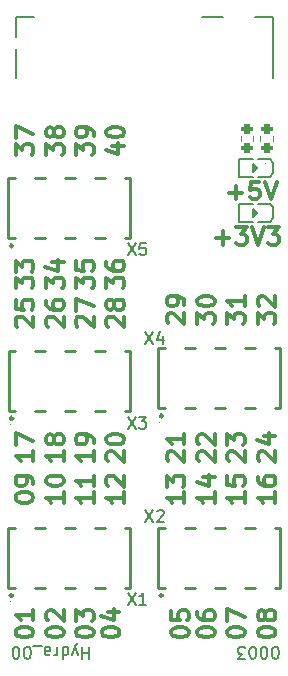
<source format=gbr>
%TF.GenerationSoftware,KiCad,Pcbnew,7.0.5*%
%TF.CreationDate,2023-08-30T17:00:08-05:00*%
%TF.ProjectId,Chimera_Card_Template_2,4368696d-6572-4615-9f43-6172645f5465,rev?*%
%TF.SameCoordinates,Original*%
%TF.FileFunction,Legend,Top*%
%TF.FilePolarity,Positive*%
%FSLAX46Y46*%
G04 Gerber Fmt 4.6, Leading zero omitted, Abs format (unit mm)*
G04 Created by KiCad (PCBNEW 7.0.5) date 2023-08-30 17:00:08*
%MOMM*%
%LPD*%
G01*
G04 APERTURE LIST*
G04 Aperture macros list*
%AMRoundRect*
0 Rectangle with rounded corners*
0 $1 Rounding radius*
0 $2 $3 $4 $5 $6 $7 $8 $9 X,Y pos of 4 corners*
0 Add a 4 corners polygon primitive as box body*
4,1,4,$2,$3,$4,$5,$6,$7,$8,$9,$2,$3,0*
0 Add four circle primitives for the rounded corners*
1,1,$1+$1,$2,$3*
1,1,$1+$1,$4,$5*
1,1,$1+$1,$6,$7*
1,1,$1+$1,$8,$9*
0 Add four rect primitives between the rounded corners*
20,1,$1+$1,$2,$3,$4,$5,0*
20,1,$1+$1,$4,$5,$6,$7,0*
20,1,$1+$1,$6,$7,$8,$9,0*
20,1,$1+$1,$8,$9,$2,$3,0*%
G04 Aperture macros list end*
%ADD10C,0.300000*%
%ADD11C,0.200000*%
%ADD12C,0.059995*%
%ADD13C,0.254001*%
%ADD14C,0.151994*%
%ADD15C,0.120000*%
%ADD16C,0.150013*%
%ADD17C,0.100000*%
%ADD18R,1.270003X2.800000*%
%ADD19C,1.200000*%
%ADD20C,1.800000*%
%ADD21R,0.300000X1.550013*%
%ADD22R,0.300000X1.524003*%
%ADD23R,1.300000X2.800000*%
%ADD24RoundRect,0.200000X-0.275000X0.200000X-0.275000X-0.200000X0.275000X-0.200000X0.275000X0.200000X0*%
%ADD25C,2.900000*%
%ADD26C,5.000000*%
%ADD27R,0.800000X0.800000*%
G04 APERTURE END LIST*
D10*
X121000828Y-135159774D02*
X121000828Y-136016917D01*
X121000828Y-135588346D02*
X119500828Y-135588346D01*
X119500828Y-135588346D02*
X119715114Y-135731203D01*
X119715114Y-135731203D02*
X119857971Y-135874060D01*
X119857971Y-135874060D02*
X119929400Y-136016917D01*
X119500828Y-133802632D02*
X119500828Y-134516918D01*
X119500828Y-134516918D02*
X120215114Y-134588346D01*
X120215114Y-134588346D02*
X120143685Y-134516918D01*
X120143685Y-134516918D02*
X120072257Y-134374061D01*
X120072257Y-134374061D02*
X120072257Y-134016918D01*
X120072257Y-134016918D02*
X120143685Y-133874061D01*
X120143685Y-133874061D02*
X120215114Y-133802632D01*
X120215114Y-133802632D02*
X120357971Y-133731203D01*
X120357971Y-133731203D02*
X120715114Y-133731203D01*
X120715114Y-133731203D02*
X120857971Y-133802632D01*
X120857971Y-133802632D02*
X120929400Y-133874061D01*
X120929400Y-133874061D02*
X121000828Y-134016918D01*
X121000828Y-134016918D02*
X121000828Y-134374061D01*
X121000828Y-134374061D02*
X120929400Y-134516918D01*
X120929400Y-134516918D02*
X120857971Y-134588346D01*
X108200828Y-135159774D02*
X108200828Y-136016917D01*
X108200828Y-135588346D02*
X106700828Y-135588346D01*
X106700828Y-135588346D02*
X106915114Y-135731203D01*
X106915114Y-135731203D02*
X107057971Y-135874060D01*
X107057971Y-135874060D02*
X107129400Y-136016917D01*
X108200828Y-133731203D02*
X108200828Y-134588346D01*
X108200828Y-134159775D02*
X106700828Y-134159775D01*
X106700828Y-134159775D02*
X106915114Y-134302632D01*
X106915114Y-134302632D02*
X107057971Y-134445489D01*
X107057971Y-134445489D02*
X107129400Y-134588346D01*
X104200828Y-117888346D02*
X104200828Y-116959774D01*
X104200828Y-116959774D02*
X104772257Y-117459774D01*
X104772257Y-117459774D02*
X104772257Y-117245489D01*
X104772257Y-117245489D02*
X104843685Y-117102632D01*
X104843685Y-117102632D02*
X104915114Y-117031203D01*
X104915114Y-117031203D02*
X105057971Y-116959774D01*
X105057971Y-116959774D02*
X105415114Y-116959774D01*
X105415114Y-116959774D02*
X105557971Y-117031203D01*
X105557971Y-117031203D02*
X105629400Y-117102632D01*
X105629400Y-117102632D02*
X105700828Y-117245489D01*
X105700828Y-117245489D02*
X105700828Y-117674060D01*
X105700828Y-117674060D02*
X105629400Y-117816917D01*
X105629400Y-117816917D02*
X105557971Y-117888346D01*
X104700828Y-115674061D02*
X105700828Y-115674061D01*
X104129400Y-116031203D02*
X105200828Y-116388346D01*
X105200828Y-116388346D02*
X105200828Y-115459775D01*
X101600828Y-147059774D02*
X101600828Y-146916917D01*
X101600828Y-146916917D02*
X101672257Y-146774060D01*
X101672257Y-146774060D02*
X101743685Y-146702632D01*
X101743685Y-146702632D02*
X101886542Y-146631203D01*
X101886542Y-146631203D02*
X102172257Y-146559774D01*
X102172257Y-146559774D02*
X102529400Y-146559774D01*
X102529400Y-146559774D02*
X102815114Y-146631203D01*
X102815114Y-146631203D02*
X102957971Y-146702632D01*
X102957971Y-146702632D02*
X103029400Y-146774060D01*
X103029400Y-146774060D02*
X103100828Y-146916917D01*
X103100828Y-146916917D02*
X103100828Y-147059774D01*
X103100828Y-147059774D02*
X103029400Y-147202632D01*
X103029400Y-147202632D02*
X102957971Y-147274060D01*
X102957971Y-147274060D02*
X102815114Y-147345489D01*
X102815114Y-147345489D02*
X102529400Y-147416917D01*
X102529400Y-147416917D02*
X102172257Y-147416917D01*
X102172257Y-147416917D02*
X101886542Y-147345489D01*
X101886542Y-147345489D02*
X101743685Y-147274060D01*
X101743685Y-147274060D02*
X101672257Y-147202632D01*
X101672257Y-147202632D02*
X101600828Y-147059774D01*
X103100828Y-145131203D02*
X103100828Y-145988346D01*
X103100828Y-145559775D02*
X101600828Y-145559775D01*
X101600828Y-145559775D02*
X101815114Y-145702632D01*
X101815114Y-145702632D02*
X101957971Y-145845489D01*
X101957971Y-145845489D02*
X102029400Y-145988346D01*
X122100828Y-120888346D02*
X122100828Y-119959774D01*
X122100828Y-119959774D02*
X122672257Y-120459774D01*
X122672257Y-120459774D02*
X122672257Y-120245489D01*
X122672257Y-120245489D02*
X122743685Y-120102632D01*
X122743685Y-120102632D02*
X122815114Y-120031203D01*
X122815114Y-120031203D02*
X122957971Y-119959774D01*
X122957971Y-119959774D02*
X123315114Y-119959774D01*
X123315114Y-119959774D02*
X123457971Y-120031203D01*
X123457971Y-120031203D02*
X123529400Y-120102632D01*
X123529400Y-120102632D02*
X123600828Y-120245489D01*
X123600828Y-120245489D02*
X123600828Y-120674060D01*
X123600828Y-120674060D02*
X123529400Y-120816917D01*
X123529400Y-120816917D02*
X123457971Y-120888346D01*
X122243685Y-119388346D02*
X122172257Y-119316918D01*
X122172257Y-119316918D02*
X122100828Y-119174061D01*
X122100828Y-119174061D02*
X122100828Y-118816918D01*
X122100828Y-118816918D02*
X122172257Y-118674061D01*
X122172257Y-118674061D02*
X122243685Y-118602632D01*
X122243685Y-118602632D02*
X122386542Y-118531203D01*
X122386542Y-118531203D02*
X122529400Y-118531203D01*
X122529400Y-118531203D02*
X122743685Y-118602632D01*
X122743685Y-118602632D02*
X123600828Y-119459775D01*
X123600828Y-119459775D02*
X123600828Y-118531203D01*
D11*
X123639850Y-149232780D02*
X123544612Y-149232780D01*
X123544612Y-149232780D02*
X123449374Y-149185161D01*
X123449374Y-149185161D02*
X123401755Y-149137542D01*
X123401755Y-149137542D02*
X123354136Y-149042304D01*
X123354136Y-149042304D02*
X123306517Y-148851828D01*
X123306517Y-148851828D02*
X123306517Y-148613733D01*
X123306517Y-148613733D02*
X123354136Y-148423257D01*
X123354136Y-148423257D02*
X123401755Y-148328019D01*
X123401755Y-148328019D02*
X123449374Y-148280400D01*
X123449374Y-148280400D02*
X123544612Y-148232780D01*
X123544612Y-148232780D02*
X123639850Y-148232780D01*
X123639850Y-148232780D02*
X123735088Y-148280400D01*
X123735088Y-148280400D02*
X123782707Y-148328019D01*
X123782707Y-148328019D02*
X123830326Y-148423257D01*
X123830326Y-148423257D02*
X123877945Y-148613733D01*
X123877945Y-148613733D02*
X123877945Y-148851828D01*
X123877945Y-148851828D02*
X123830326Y-149042304D01*
X123830326Y-149042304D02*
X123782707Y-149137542D01*
X123782707Y-149137542D02*
X123735088Y-149185161D01*
X123735088Y-149185161D02*
X123639850Y-149232780D01*
X122687469Y-149232780D02*
X122592231Y-149232780D01*
X122592231Y-149232780D02*
X122496993Y-149185161D01*
X122496993Y-149185161D02*
X122449374Y-149137542D01*
X122449374Y-149137542D02*
X122401755Y-149042304D01*
X122401755Y-149042304D02*
X122354136Y-148851828D01*
X122354136Y-148851828D02*
X122354136Y-148613733D01*
X122354136Y-148613733D02*
X122401755Y-148423257D01*
X122401755Y-148423257D02*
X122449374Y-148328019D01*
X122449374Y-148328019D02*
X122496993Y-148280400D01*
X122496993Y-148280400D02*
X122592231Y-148232780D01*
X122592231Y-148232780D02*
X122687469Y-148232780D01*
X122687469Y-148232780D02*
X122782707Y-148280400D01*
X122782707Y-148280400D02*
X122830326Y-148328019D01*
X122830326Y-148328019D02*
X122877945Y-148423257D01*
X122877945Y-148423257D02*
X122925564Y-148613733D01*
X122925564Y-148613733D02*
X122925564Y-148851828D01*
X122925564Y-148851828D02*
X122877945Y-149042304D01*
X122877945Y-149042304D02*
X122830326Y-149137542D01*
X122830326Y-149137542D02*
X122782707Y-149185161D01*
X122782707Y-149185161D02*
X122687469Y-149232780D01*
X121735088Y-149232780D02*
X121639850Y-149232780D01*
X121639850Y-149232780D02*
X121544612Y-149185161D01*
X121544612Y-149185161D02*
X121496993Y-149137542D01*
X121496993Y-149137542D02*
X121449374Y-149042304D01*
X121449374Y-149042304D02*
X121401755Y-148851828D01*
X121401755Y-148851828D02*
X121401755Y-148613733D01*
X121401755Y-148613733D02*
X121449374Y-148423257D01*
X121449374Y-148423257D02*
X121496993Y-148328019D01*
X121496993Y-148328019D02*
X121544612Y-148280400D01*
X121544612Y-148280400D02*
X121639850Y-148232780D01*
X121639850Y-148232780D02*
X121735088Y-148232780D01*
X121735088Y-148232780D02*
X121830326Y-148280400D01*
X121830326Y-148280400D02*
X121877945Y-148328019D01*
X121877945Y-148328019D02*
X121925564Y-148423257D01*
X121925564Y-148423257D02*
X121973183Y-148613733D01*
X121973183Y-148613733D02*
X121973183Y-148851828D01*
X121973183Y-148851828D02*
X121925564Y-149042304D01*
X121925564Y-149042304D02*
X121877945Y-149137542D01*
X121877945Y-149137542D02*
X121830326Y-149185161D01*
X121830326Y-149185161D02*
X121735088Y-149232780D01*
X121068421Y-149232780D02*
X120449374Y-149232780D01*
X120449374Y-149232780D02*
X120782707Y-148851828D01*
X120782707Y-148851828D02*
X120639850Y-148851828D01*
X120639850Y-148851828D02*
X120544612Y-148804209D01*
X120544612Y-148804209D02*
X120496993Y-148756590D01*
X120496993Y-148756590D02*
X120449374Y-148661352D01*
X120449374Y-148661352D02*
X120449374Y-148423257D01*
X120449374Y-148423257D02*
X120496993Y-148328019D01*
X120496993Y-148328019D02*
X120544612Y-148280400D01*
X120544612Y-148280400D02*
X120639850Y-148232780D01*
X120639850Y-148232780D02*
X120925564Y-148232780D01*
X120925564Y-148232780D02*
X121020802Y-148280400D01*
X121020802Y-148280400D02*
X121068421Y-148328019D01*
X107830322Y-148232780D02*
X107830322Y-149232780D01*
X107830322Y-148756590D02*
X107258894Y-148756590D01*
X107258894Y-148232780D02*
X107258894Y-149232780D01*
X106877941Y-148899447D02*
X106639846Y-148232780D01*
X106401751Y-148899447D02*
X106639846Y-148232780D01*
X106639846Y-148232780D02*
X106735084Y-147994685D01*
X106735084Y-147994685D02*
X106782703Y-147947066D01*
X106782703Y-147947066D02*
X106877941Y-147899447D01*
X105592227Y-148232780D02*
X105592227Y-149232780D01*
X105592227Y-148280400D02*
X105687465Y-148232780D01*
X105687465Y-148232780D02*
X105877941Y-148232780D01*
X105877941Y-148232780D02*
X105973179Y-148280400D01*
X105973179Y-148280400D02*
X106020798Y-148328019D01*
X106020798Y-148328019D02*
X106068417Y-148423257D01*
X106068417Y-148423257D02*
X106068417Y-148708971D01*
X106068417Y-148708971D02*
X106020798Y-148804209D01*
X106020798Y-148804209D02*
X105973179Y-148851828D01*
X105973179Y-148851828D02*
X105877941Y-148899447D01*
X105877941Y-148899447D02*
X105687465Y-148899447D01*
X105687465Y-148899447D02*
X105592227Y-148851828D01*
X105116036Y-148232780D02*
X105116036Y-148899447D01*
X105116036Y-148708971D02*
X105068417Y-148804209D01*
X105068417Y-148804209D02*
X105020798Y-148851828D01*
X105020798Y-148851828D02*
X104925560Y-148899447D01*
X104925560Y-148899447D02*
X104830322Y-148899447D01*
X104068417Y-148232780D02*
X104068417Y-148756590D01*
X104068417Y-148756590D02*
X104116036Y-148851828D01*
X104116036Y-148851828D02*
X104211274Y-148899447D01*
X104211274Y-148899447D02*
X104401750Y-148899447D01*
X104401750Y-148899447D02*
X104496988Y-148851828D01*
X104068417Y-148280400D02*
X104163655Y-148232780D01*
X104163655Y-148232780D02*
X104401750Y-148232780D01*
X104401750Y-148232780D02*
X104496988Y-148280400D01*
X104496988Y-148280400D02*
X104544607Y-148375638D01*
X104544607Y-148375638D02*
X104544607Y-148470876D01*
X104544607Y-148470876D02*
X104496988Y-148566114D01*
X104496988Y-148566114D02*
X104401750Y-148613733D01*
X104401750Y-148613733D02*
X104163655Y-148613733D01*
X104163655Y-148613733D02*
X104068417Y-148661352D01*
X103830322Y-148137542D02*
X103068417Y-148137542D01*
X102639845Y-149232780D02*
X102544607Y-149232780D01*
X102544607Y-149232780D02*
X102449369Y-149185161D01*
X102449369Y-149185161D02*
X102401750Y-149137542D01*
X102401750Y-149137542D02*
X102354131Y-149042304D01*
X102354131Y-149042304D02*
X102306512Y-148851828D01*
X102306512Y-148851828D02*
X102306512Y-148613733D01*
X102306512Y-148613733D02*
X102354131Y-148423257D01*
X102354131Y-148423257D02*
X102401750Y-148328019D01*
X102401750Y-148328019D02*
X102449369Y-148280400D01*
X102449369Y-148280400D02*
X102544607Y-148232780D01*
X102544607Y-148232780D02*
X102639845Y-148232780D01*
X102639845Y-148232780D02*
X102735083Y-148280400D01*
X102735083Y-148280400D02*
X102782702Y-148328019D01*
X102782702Y-148328019D02*
X102830321Y-148423257D01*
X102830321Y-148423257D02*
X102877940Y-148613733D01*
X102877940Y-148613733D02*
X102877940Y-148851828D01*
X102877940Y-148851828D02*
X102830321Y-149042304D01*
X102830321Y-149042304D02*
X102782702Y-149137542D01*
X102782702Y-149137542D02*
X102735083Y-149185161D01*
X102735083Y-149185161D02*
X102639845Y-149232780D01*
X101687464Y-149232780D02*
X101592226Y-149232780D01*
X101592226Y-149232780D02*
X101496988Y-149185161D01*
X101496988Y-149185161D02*
X101449369Y-149137542D01*
X101449369Y-149137542D02*
X101401750Y-149042304D01*
X101401750Y-149042304D02*
X101354131Y-148851828D01*
X101354131Y-148851828D02*
X101354131Y-148613733D01*
X101354131Y-148613733D02*
X101401750Y-148423257D01*
X101401750Y-148423257D02*
X101449369Y-148328019D01*
X101449369Y-148328019D02*
X101496988Y-148280400D01*
X101496988Y-148280400D02*
X101592226Y-148232780D01*
X101592226Y-148232780D02*
X101687464Y-148232780D01*
X101687464Y-148232780D02*
X101782702Y-148280400D01*
X101782702Y-148280400D02*
X101830321Y-148328019D01*
X101830321Y-148328019D02*
X101877940Y-148423257D01*
X101877940Y-148423257D02*
X101925559Y-148613733D01*
X101925559Y-148613733D02*
X101925559Y-148851828D01*
X101925559Y-148851828D02*
X101877940Y-149042304D01*
X101877940Y-149042304D02*
X101830321Y-149137542D01*
X101830321Y-149137542D02*
X101782702Y-149185161D01*
X101782702Y-149185161D02*
X101687464Y-149232780D01*
D10*
X114543685Y-120816917D02*
X114472257Y-120745489D01*
X114472257Y-120745489D02*
X114400828Y-120602632D01*
X114400828Y-120602632D02*
X114400828Y-120245489D01*
X114400828Y-120245489D02*
X114472257Y-120102632D01*
X114472257Y-120102632D02*
X114543685Y-120031203D01*
X114543685Y-120031203D02*
X114686542Y-119959774D01*
X114686542Y-119959774D02*
X114829400Y-119959774D01*
X114829400Y-119959774D02*
X115043685Y-120031203D01*
X115043685Y-120031203D02*
X115900828Y-120888346D01*
X115900828Y-120888346D02*
X115900828Y-119959774D01*
X115900828Y-119245489D02*
X115900828Y-118959775D01*
X115900828Y-118959775D02*
X115829400Y-118816918D01*
X115829400Y-118816918D02*
X115757971Y-118745489D01*
X115757971Y-118745489D02*
X115543685Y-118602632D01*
X115543685Y-118602632D02*
X115257971Y-118531203D01*
X115257971Y-118531203D02*
X114686542Y-118531203D01*
X114686542Y-118531203D02*
X114543685Y-118602632D01*
X114543685Y-118602632D02*
X114472257Y-118674061D01*
X114472257Y-118674061D02*
X114400828Y-118816918D01*
X114400828Y-118816918D02*
X114400828Y-119102632D01*
X114400828Y-119102632D02*
X114472257Y-119245489D01*
X114472257Y-119245489D02*
X114543685Y-119316918D01*
X114543685Y-119316918D02*
X114686542Y-119388346D01*
X114686542Y-119388346D02*
X115043685Y-119388346D01*
X115043685Y-119388346D02*
X115186542Y-119316918D01*
X115186542Y-119316918D02*
X115257971Y-119245489D01*
X115257971Y-119245489D02*
X115329400Y-119102632D01*
X115329400Y-119102632D02*
X115329400Y-118816918D01*
X115329400Y-118816918D02*
X115257971Y-118674061D01*
X115257971Y-118674061D02*
X115186542Y-118602632D01*
X115186542Y-118602632D02*
X115043685Y-118531203D01*
X117000828Y-120888346D02*
X117000828Y-119959774D01*
X117000828Y-119959774D02*
X117572257Y-120459774D01*
X117572257Y-120459774D02*
X117572257Y-120245489D01*
X117572257Y-120245489D02*
X117643685Y-120102632D01*
X117643685Y-120102632D02*
X117715114Y-120031203D01*
X117715114Y-120031203D02*
X117857971Y-119959774D01*
X117857971Y-119959774D02*
X118215114Y-119959774D01*
X118215114Y-119959774D02*
X118357971Y-120031203D01*
X118357971Y-120031203D02*
X118429400Y-120102632D01*
X118429400Y-120102632D02*
X118500828Y-120245489D01*
X118500828Y-120245489D02*
X118500828Y-120674060D01*
X118500828Y-120674060D02*
X118429400Y-120816917D01*
X118429400Y-120816917D02*
X118357971Y-120888346D01*
X117000828Y-119031203D02*
X117000828Y-118888346D01*
X117000828Y-118888346D02*
X117072257Y-118745489D01*
X117072257Y-118745489D02*
X117143685Y-118674061D01*
X117143685Y-118674061D02*
X117286542Y-118602632D01*
X117286542Y-118602632D02*
X117572257Y-118531203D01*
X117572257Y-118531203D02*
X117929400Y-118531203D01*
X117929400Y-118531203D02*
X118215114Y-118602632D01*
X118215114Y-118602632D02*
X118357971Y-118674061D01*
X118357971Y-118674061D02*
X118429400Y-118745489D01*
X118429400Y-118745489D02*
X118500828Y-118888346D01*
X118500828Y-118888346D02*
X118500828Y-119031203D01*
X118500828Y-119031203D02*
X118429400Y-119174061D01*
X118429400Y-119174061D02*
X118357971Y-119245489D01*
X118357971Y-119245489D02*
X118215114Y-119316918D01*
X118215114Y-119316918D02*
X117929400Y-119388346D01*
X117929400Y-119388346D02*
X117572257Y-119388346D01*
X117572257Y-119388346D02*
X117286542Y-119316918D01*
X117286542Y-119316918D02*
X117143685Y-119245489D01*
X117143685Y-119245489D02*
X117072257Y-119174061D01*
X117072257Y-119174061D02*
X117000828Y-119031203D01*
X110800828Y-135159774D02*
X110800828Y-136016917D01*
X110800828Y-135588346D02*
X109300828Y-135588346D01*
X109300828Y-135588346D02*
X109515114Y-135731203D01*
X109515114Y-135731203D02*
X109657971Y-135874060D01*
X109657971Y-135874060D02*
X109729400Y-136016917D01*
X109443685Y-134588346D02*
X109372257Y-134516918D01*
X109372257Y-134516918D02*
X109300828Y-134374061D01*
X109300828Y-134374061D02*
X109300828Y-134016918D01*
X109300828Y-134016918D02*
X109372257Y-133874061D01*
X109372257Y-133874061D02*
X109443685Y-133802632D01*
X109443685Y-133802632D02*
X109586542Y-133731203D01*
X109586542Y-133731203D02*
X109729400Y-133731203D01*
X109729400Y-133731203D02*
X109943685Y-133802632D01*
X109943685Y-133802632D02*
X110800828Y-134659775D01*
X110800828Y-134659775D02*
X110800828Y-133731203D01*
X106700828Y-147059774D02*
X106700828Y-146916917D01*
X106700828Y-146916917D02*
X106772257Y-146774060D01*
X106772257Y-146774060D02*
X106843685Y-146702632D01*
X106843685Y-146702632D02*
X106986542Y-146631203D01*
X106986542Y-146631203D02*
X107272257Y-146559774D01*
X107272257Y-146559774D02*
X107629400Y-146559774D01*
X107629400Y-146559774D02*
X107915114Y-146631203D01*
X107915114Y-146631203D02*
X108057971Y-146702632D01*
X108057971Y-146702632D02*
X108129400Y-146774060D01*
X108129400Y-146774060D02*
X108200828Y-146916917D01*
X108200828Y-146916917D02*
X108200828Y-147059774D01*
X108200828Y-147059774D02*
X108129400Y-147202632D01*
X108129400Y-147202632D02*
X108057971Y-147274060D01*
X108057971Y-147274060D02*
X107915114Y-147345489D01*
X107915114Y-147345489D02*
X107629400Y-147416917D01*
X107629400Y-147416917D02*
X107272257Y-147416917D01*
X107272257Y-147416917D02*
X106986542Y-147345489D01*
X106986542Y-147345489D02*
X106843685Y-147274060D01*
X106843685Y-147274060D02*
X106772257Y-147202632D01*
X106772257Y-147202632D02*
X106700828Y-147059774D01*
X106700828Y-146059775D02*
X106700828Y-145131203D01*
X106700828Y-145131203D02*
X107272257Y-145631203D01*
X107272257Y-145631203D02*
X107272257Y-145416918D01*
X107272257Y-145416918D02*
X107343685Y-145274061D01*
X107343685Y-145274061D02*
X107415114Y-145202632D01*
X107415114Y-145202632D02*
X107557971Y-145131203D01*
X107557971Y-145131203D02*
X107915114Y-145131203D01*
X107915114Y-145131203D02*
X108057971Y-145202632D01*
X108057971Y-145202632D02*
X108129400Y-145274061D01*
X108129400Y-145274061D02*
X108200828Y-145416918D01*
X108200828Y-145416918D02*
X108200828Y-145845489D01*
X108200828Y-145845489D02*
X108129400Y-145988346D01*
X108129400Y-145988346D02*
X108057971Y-146059775D01*
X119500828Y-147059774D02*
X119500828Y-146916917D01*
X119500828Y-146916917D02*
X119572257Y-146774060D01*
X119572257Y-146774060D02*
X119643685Y-146702632D01*
X119643685Y-146702632D02*
X119786542Y-146631203D01*
X119786542Y-146631203D02*
X120072257Y-146559774D01*
X120072257Y-146559774D02*
X120429400Y-146559774D01*
X120429400Y-146559774D02*
X120715114Y-146631203D01*
X120715114Y-146631203D02*
X120857971Y-146702632D01*
X120857971Y-146702632D02*
X120929400Y-146774060D01*
X120929400Y-146774060D02*
X121000828Y-146916917D01*
X121000828Y-146916917D02*
X121000828Y-147059774D01*
X121000828Y-147059774D02*
X120929400Y-147202632D01*
X120929400Y-147202632D02*
X120857971Y-147274060D01*
X120857971Y-147274060D02*
X120715114Y-147345489D01*
X120715114Y-147345489D02*
X120429400Y-147416917D01*
X120429400Y-147416917D02*
X120072257Y-147416917D01*
X120072257Y-147416917D02*
X119786542Y-147345489D01*
X119786542Y-147345489D02*
X119643685Y-147274060D01*
X119643685Y-147274060D02*
X119572257Y-147202632D01*
X119572257Y-147202632D02*
X119500828Y-147059774D01*
X119500828Y-146059775D02*
X119500828Y-145059775D01*
X119500828Y-145059775D02*
X121000828Y-145702632D01*
X108900828Y-147059774D02*
X108900828Y-146916917D01*
X108900828Y-146916917D02*
X108972257Y-146774060D01*
X108972257Y-146774060D02*
X109043685Y-146702632D01*
X109043685Y-146702632D02*
X109186542Y-146631203D01*
X109186542Y-146631203D02*
X109472257Y-146559774D01*
X109472257Y-146559774D02*
X109829400Y-146559774D01*
X109829400Y-146559774D02*
X110115114Y-146631203D01*
X110115114Y-146631203D02*
X110257971Y-146702632D01*
X110257971Y-146702632D02*
X110329400Y-146774060D01*
X110329400Y-146774060D02*
X110400828Y-146916917D01*
X110400828Y-146916917D02*
X110400828Y-147059774D01*
X110400828Y-147059774D02*
X110329400Y-147202632D01*
X110329400Y-147202632D02*
X110257971Y-147274060D01*
X110257971Y-147274060D02*
X110115114Y-147345489D01*
X110115114Y-147345489D02*
X109829400Y-147416917D01*
X109829400Y-147416917D02*
X109472257Y-147416917D01*
X109472257Y-147416917D02*
X109186542Y-147345489D01*
X109186542Y-147345489D02*
X109043685Y-147274060D01*
X109043685Y-147274060D02*
X108972257Y-147202632D01*
X108972257Y-147202632D02*
X108900828Y-147059774D01*
X109400828Y-145274061D02*
X110400828Y-145274061D01*
X108829400Y-145631203D02*
X109900828Y-145988346D01*
X109900828Y-145988346D02*
X109900828Y-145059775D01*
X118500828Y-135159774D02*
X118500828Y-136016917D01*
X118500828Y-135588346D02*
X117000828Y-135588346D01*
X117000828Y-135588346D02*
X117215114Y-135731203D01*
X117215114Y-135731203D02*
X117357971Y-135874060D01*
X117357971Y-135874060D02*
X117429400Y-136016917D01*
X117500828Y-133874061D02*
X118500828Y-133874061D01*
X116929400Y-134231203D02*
X118000828Y-134588346D01*
X118000828Y-134588346D02*
X118000828Y-133659775D01*
X114543685Y-132516917D02*
X114472257Y-132445489D01*
X114472257Y-132445489D02*
X114400828Y-132302632D01*
X114400828Y-132302632D02*
X114400828Y-131945489D01*
X114400828Y-131945489D02*
X114472257Y-131802632D01*
X114472257Y-131802632D02*
X114543685Y-131731203D01*
X114543685Y-131731203D02*
X114686542Y-131659774D01*
X114686542Y-131659774D02*
X114829400Y-131659774D01*
X114829400Y-131659774D02*
X115043685Y-131731203D01*
X115043685Y-131731203D02*
X115900828Y-132588346D01*
X115900828Y-132588346D02*
X115900828Y-131659774D01*
X115900828Y-130231203D02*
X115900828Y-131088346D01*
X115900828Y-130659775D02*
X114400828Y-130659775D01*
X114400828Y-130659775D02*
X114615114Y-130802632D01*
X114615114Y-130802632D02*
X114757971Y-130945489D01*
X114757971Y-130945489D02*
X114829400Y-131088346D01*
X119500828Y-120888346D02*
X119500828Y-119959774D01*
X119500828Y-119959774D02*
X120072257Y-120459774D01*
X120072257Y-120459774D02*
X120072257Y-120245489D01*
X120072257Y-120245489D02*
X120143685Y-120102632D01*
X120143685Y-120102632D02*
X120215114Y-120031203D01*
X120215114Y-120031203D02*
X120357971Y-119959774D01*
X120357971Y-119959774D02*
X120715114Y-119959774D01*
X120715114Y-119959774D02*
X120857971Y-120031203D01*
X120857971Y-120031203D02*
X120929400Y-120102632D01*
X120929400Y-120102632D02*
X121000828Y-120245489D01*
X121000828Y-120245489D02*
X121000828Y-120674060D01*
X121000828Y-120674060D02*
X120929400Y-120816917D01*
X120929400Y-120816917D02*
X120857971Y-120888346D01*
X121000828Y-118531203D02*
X121000828Y-119388346D01*
X121000828Y-118959775D02*
X119500828Y-118959775D01*
X119500828Y-118959775D02*
X119715114Y-119102632D01*
X119715114Y-119102632D02*
X119857971Y-119245489D01*
X119857971Y-119245489D02*
X119929400Y-119388346D01*
X104200828Y-147059774D02*
X104200828Y-146916917D01*
X104200828Y-146916917D02*
X104272257Y-146774060D01*
X104272257Y-146774060D02*
X104343685Y-146702632D01*
X104343685Y-146702632D02*
X104486542Y-146631203D01*
X104486542Y-146631203D02*
X104772257Y-146559774D01*
X104772257Y-146559774D02*
X105129400Y-146559774D01*
X105129400Y-146559774D02*
X105415114Y-146631203D01*
X105415114Y-146631203D02*
X105557971Y-146702632D01*
X105557971Y-146702632D02*
X105629400Y-146774060D01*
X105629400Y-146774060D02*
X105700828Y-146916917D01*
X105700828Y-146916917D02*
X105700828Y-147059774D01*
X105700828Y-147059774D02*
X105629400Y-147202632D01*
X105629400Y-147202632D02*
X105557971Y-147274060D01*
X105557971Y-147274060D02*
X105415114Y-147345489D01*
X105415114Y-147345489D02*
X105129400Y-147416917D01*
X105129400Y-147416917D02*
X104772257Y-147416917D01*
X104772257Y-147416917D02*
X104486542Y-147345489D01*
X104486542Y-147345489D02*
X104343685Y-147274060D01*
X104343685Y-147274060D02*
X104272257Y-147202632D01*
X104272257Y-147202632D02*
X104200828Y-147059774D01*
X104343685Y-145988346D02*
X104272257Y-145916918D01*
X104272257Y-145916918D02*
X104200828Y-145774061D01*
X104200828Y-145774061D02*
X104200828Y-145416918D01*
X104200828Y-145416918D02*
X104272257Y-145274061D01*
X104272257Y-145274061D02*
X104343685Y-145202632D01*
X104343685Y-145202632D02*
X104486542Y-145131203D01*
X104486542Y-145131203D02*
X104629400Y-145131203D01*
X104629400Y-145131203D02*
X104843685Y-145202632D01*
X104843685Y-145202632D02*
X105700828Y-146059775D01*
X105700828Y-146059775D02*
X105700828Y-145131203D01*
X122100828Y-147059774D02*
X122100828Y-146916917D01*
X122100828Y-146916917D02*
X122172257Y-146774060D01*
X122172257Y-146774060D02*
X122243685Y-146702632D01*
X122243685Y-146702632D02*
X122386542Y-146631203D01*
X122386542Y-146631203D02*
X122672257Y-146559774D01*
X122672257Y-146559774D02*
X123029400Y-146559774D01*
X123029400Y-146559774D02*
X123315114Y-146631203D01*
X123315114Y-146631203D02*
X123457971Y-146702632D01*
X123457971Y-146702632D02*
X123529400Y-146774060D01*
X123529400Y-146774060D02*
X123600828Y-146916917D01*
X123600828Y-146916917D02*
X123600828Y-147059774D01*
X123600828Y-147059774D02*
X123529400Y-147202632D01*
X123529400Y-147202632D02*
X123457971Y-147274060D01*
X123457971Y-147274060D02*
X123315114Y-147345489D01*
X123315114Y-147345489D02*
X123029400Y-147416917D01*
X123029400Y-147416917D02*
X122672257Y-147416917D01*
X122672257Y-147416917D02*
X122386542Y-147345489D01*
X122386542Y-147345489D02*
X122243685Y-147274060D01*
X122243685Y-147274060D02*
X122172257Y-147202632D01*
X122172257Y-147202632D02*
X122100828Y-147059774D01*
X122743685Y-145702632D02*
X122672257Y-145845489D01*
X122672257Y-145845489D02*
X122600828Y-145916918D01*
X122600828Y-145916918D02*
X122457971Y-145988346D01*
X122457971Y-145988346D02*
X122386542Y-145988346D01*
X122386542Y-145988346D02*
X122243685Y-145916918D01*
X122243685Y-145916918D02*
X122172257Y-145845489D01*
X122172257Y-145845489D02*
X122100828Y-145702632D01*
X122100828Y-145702632D02*
X122100828Y-145416918D01*
X122100828Y-145416918D02*
X122172257Y-145274061D01*
X122172257Y-145274061D02*
X122243685Y-145202632D01*
X122243685Y-145202632D02*
X122386542Y-145131203D01*
X122386542Y-145131203D02*
X122457971Y-145131203D01*
X122457971Y-145131203D02*
X122600828Y-145202632D01*
X122600828Y-145202632D02*
X122672257Y-145274061D01*
X122672257Y-145274061D02*
X122743685Y-145416918D01*
X122743685Y-145416918D02*
X122743685Y-145702632D01*
X122743685Y-145702632D02*
X122815114Y-145845489D01*
X122815114Y-145845489D02*
X122886542Y-145916918D01*
X122886542Y-145916918D02*
X123029400Y-145988346D01*
X123029400Y-145988346D02*
X123315114Y-145988346D01*
X123315114Y-145988346D02*
X123457971Y-145916918D01*
X123457971Y-145916918D02*
X123529400Y-145845489D01*
X123529400Y-145845489D02*
X123600828Y-145702632D01*
X123600828Y-145702632D02*
X123600828Y-145416918D01*
X123600828Y-145416918D02*
X123529400Y-145274061D01*
X123529400Y-145274061D02*
X123457971Y-145202632D01*
X123457971Y-145202632D02*
X123315114Y-145131203D01*
X123315114Y-145131203D02*
X123029400Y-145131203D01*
X123029400Y-145131203D02*
X122886542Y-145202632D01*
X122886542Y-145202632D02*
X122815114Y-145274061D01*
X122815114Y-145274061D02*
X122743685Y-145416918D01*
X101600828Y-106588346D02*
X101600828Y-105659774D01*
X101600828Y-105659774D02*
X102172257Y-106159774D01*
X102172257Y-106159774D02*
X102172257Y-105945489D01*
X102172257Y-105945489D02*
X102243685Y-105802632D01*
X102243685Y-105802632D02*
X102315114Y-105731203D01*
X102315114Y-105731203D02*
X102457971Y-105659774D01*
X102457971Y-105659774D02*
X102815114Y-105659774D01*
X102815114Y-105659774D02*
X102957971Y-105731203D01*
X102957971Y-105731203D02*
X103029400Y-105802632D01*
X103029400Y-105802632D02*
X103100828Y-105945489D01*
X103100828Y-105945489D02*
X103100828Y-106374060D01*
X103100828Y-106374060D02*
X103029400Y-106516917D01*
X103029400Y-106516917D02*
X102957971Y-106588346D01*
X101600828Y-105159775D02*
X101600828Y-104159775D01*
X101600828Y-104159775D02*
X103100828Y-104802632D01*
X115900828Y-135159774D02*
X115900828Y-136016917D01*
X115900828Y-135588346D02*
X114400828Y-135588346D01*
X114400828Y-135588346D02*
X114615114Y-135731203D01*
X114615114Y-135731203D02*
X114757971Y-135874060D01*
X114757971Y-135874060D02*
X114829400Y-136016917D01*
X114400828Y-134659775D02*
X114400828Y-133731203D01*
X114400828Y-133731203D02*
X114972257Y-134231203D01*
X114972257Y-134231203D02*
X114972257Y-134016918D01*
X114972257Y-134016918D02*
X115043685Y-133874061D01*
X115043685Y-133874061D02*
X115115114Y-133802632D01*
X115115114Y-133802632D02*
X115257971Y-133731203D01*
X115257971Y-133731203D02*
X115615114Y-133731203D01*
X115615114Y-133731203D02*
X115757971Y-133802632D01*
X115757971Y-133802632D02*
X115829400Y-133874061D01*
X115829400Y-133874061D02*
X115900828Y-134016918D01*
X115900828Y-134016918D02*
X115900828Y-134445489D01*
X115900828Y-134445489D02*
X115829400Y-134588346D01*
X115829400Y-134588346D02*
X115757971Y-134659775D01*
X119643685Y-132516917D02*
X119572257Y-132445489D01*
X119572257Y-132445489D02*
X119500828Y-132302632D01*
X119500828Y-132302632D02*
X119500828Y-131945489D01*
X119500828Y-131945489D02*
X119572257Y-131802632D01*
X119572257Y-131802632D02*
X119643685Y-131731203D01*
X119643685Y-131731203D02*
X119786542Y-131659774D01*
X119786542Y-131659774D02*
X119929400Y-131659774D01*
X119929400Y-131659774D02*
X120143685Y-131731203D01*
X120143685Y-131731203D02*
X121000828Y-132588346D01*
X121000828Y-132588346D02*
X121000828Y-131659774D01*
X119500828Y-131159775D02*
X119500828Y-130231203D01*
X119500828Y-130231203D02*
X120072257Y-130731203D01*
X120072257Y-130731203D02*
X120072257Y-130516918D01*
X120072257Y-130516918D02*
X120143685Y-130374061D01*
X120143685Y-130374061D02*
X120215114Y-130302632D01*
X120215114Y-130302632D02*
X120357971Y-130231203D01*
X120357971Y-130231203D02*
X120715114Y-130231203D01*
X120715114Y-130231203D02*
X120857971Y-130302632D01*
X120857971Y-130302632D02*
X120929400Y-130374061D01*
X120929400Y-130374061D02*
X121000828Y-130516918D01*
X121000828Y-130516918D02*
X121000828Y-130945489D01*
X121000828Y-130945489D02*
X120929400Y-131088346D01*
X120929400Y-131088346D02*
X120857971Y-131159775D01*
X104343685Y-121116917D02*
X104272257Y-121045489D01*
X104272257Y-121045489D02*
X104200828Y-120902632D01*
X104200828Y-120902632D02*
X104200828Y-120545489D01*
X104200828Y-120545489D02*
X104272257Y-120402632D01*
X104272257Y-120402632D02*
X104343685Y-120331203D01*
X104343685Y-120331203D02*
X104486542Y-120259774D01*
X104486542Y-120259774D02*
X104629400Y-120259774D01*
X104629400Y-120259774D02*
X104843685Y-120331203D01*
X104843685Y-120331203D02*
X105700828Y-121188346D01*
X105700828Y-121188346D02*
X105700828Y-120259774D01*
X104200828Y-118974061D02*
X104200828Y-119259775D01*
X104200828Y-119259775D02*
X104272257Y-119402632D01*
X104272257Y-119402632D02*
X104343685Y-119474061D01*
X104343685Y-119474061D02*
X104557971Y-119616918D01*
X104557971Y-119616918D02*
X104843685Y-119688346D01*
X104843685Y-119688346D02*
X105415114Y-119688346D01*
X105415114Y-119688346D02*
X105557971Y-119616918D01*
X105557971Y-119616918D02*
X105629400Y-119545489D01*
X105629400Y-119545489D02*
X105700828Y-119402632D01*
X105700828Y-119402632D02*
X105700828Y-119116918D01*
X105700828Y-119116918D02*
X105629400Y-118974061D01*
X105629400Y-118974061D02*
X105557971Y-118902632D01*
X105557971Y-118902632D02*
X105415114Y-118831203D01*
X105415114Y-118831203D02*
X105057971Y-118831203D01*
X105057971Y-118831203D02*
X104915114Y-118902632D01*
X104915114Y-118902632D02*
X104843685Y-118974061D01*
X104843685Y-118974061D02*
X104772257Y-119116918D01*
X104772257Y-119116918D02*
X104772257Y-119402632D01*
X104772257Y-119402632D02*
X104843685Y-119545489D01*
X104843685Y-119545489D02*
X104915114Y-119616918D01*
X104915114Y-119616918D02*
X105057971Y-119688346D01*
X106843685Y-121116917D02*
X106772257Y-121045489D01*
X106772257Y-121045489D02*
X106700828Y-120902632D01*
X106700828Y-120902632D02*
X106700828Y-120545489D01*
X106700828Y-120545489D02*
X106772257Y-120402632D01*
X106772257Y-120402632D02*
X106843685Y-120331203D01*
X106843685Y-120331203D02*
X106986542Y-120259774D01*
X106986542Y-120259774D02*
X107129400Y-120259774D01*
X107129400Y-120259774D02*
X107343685Y-120331203D01*
X107343685Y-120331203D02*
X108200828Y-121188346D01*
X108200828Y-121188346D02*
X108200828Y-120259774D01*
X106700828Y-119759775D02*
X106700828Y-118759775D01*
X106700828Y-118759775D02*
X108200828Y-119402632D01*
X105700828Y-135159774D02*
X105700828Y-136016917D01*
X105700828Y-135588346D02*
X104200828Y-135588346D01*
X104200828Y-135588346D02*
X104415114Y-135731203D01*
X104415114Y-135731203D02*
X104557971Y-135874060D01*
X104557971Y-135874060D02*
X104629400Y-136016917D01*
X104200828Y-134231203D02*
X104200828Y-134088346D01*
X104200828Y-134088346D02*
X104272257Y-133945489D01*
X104272257Y-133945489D02*
X104343685Y-133874061D01*
X104343685Y-133874061D02*
X104486542Y-133802632D01*
X104486542Y-133802632D02*
X104772257Y-133731203D01*
X104772257Y-133731203D02*
X105129400Y-133731203D01*
X105129400Y-133731203D02*
X105415114Y-133802632D01*
X105415114Y-133802632D02*
X105557971Y-133874061D01*
X105557971Y-133874061D02*
X105629400Y-133945489D01*
X105629400Y-133945489D02*
X105700828Y-134088346D01*
X105700828Y-134088346D02*
X105700828Y-134231203D01*
X105700828Y-134231203D02*
X105629400Y-134374061D01*
X105629400Y-134374061D02*
X105557971Y-134445489D01*
X105557971Y-134445489D02*
X105415114Y-134516918D01*
X105415114Y-134516918D02*
X105129400Y-134588346D01*
X105129400Y-134588346D02*
X104772257Y-134588346D01*
X104772257Y-134588346D02*
X104486542Y-134516918D01*
X104486542Y-134516918D02*
X104343685Y-134445489D01*
X104343685Y-134445489D02*
X104272257Y-134374061D01*
X104272257Y-134374061D02*
X104200828Y-134231203D01*
X117143685Y-132516917D02*
X117072257Y-132445489D01*
X117072257Y-132445489D02*
X117000828Y-132302632D01*
X117000828Y-132302632D02*
X117000828Y-131945489D01*
X117000828Y-131945489D02*
X117072257Y-131802632D01*
X117072257Y-131802632D02*
X117143685Y-131731203D01*
X117143685Y-131731203D02*
X117286542Y-131659774D01*
X117286542Y-131659774D02*
X117429400Y-131659774D01*
X117429400Y-131659774D02*
X117643685Y-131731203D01*
X117643685Y-131731203D02*
X118500828Y-132588346D01*
X118500828Y-132588346D02*
X118500828Y-131659774D01*
X117143685Y-131088346D02*
X117072257Y-131016918D01*
X117072257Y-131016918D02*
X117000828Y-130874061D01*
X117000828Y-130874061D02*
X117000828Y-130516918D01*
X117000828Y-130516918D02*
X117072257Y-130374061D01*
X117072257Y-130374061D02*
X117143685Y-130302632D01*
X117143685Y-130302632D02*
X117286542Y-130231203D01*
X117286542Y-130231203D02*
X117429400Y-130231203D01*
X117429400Y-130231203D02*
X117643685Y-130302632D01*
X117643685Y-130302632D02*
X118500828Y-131159775D01*
X118500828Y-131159775D02*
X118500828Y-130231203D01*
X109800828Y-105802632D02*
X110800828Y-105802632D01*
X109229400Y-106159774D02*
X110300828Y-106516917D01*
X110300828Y-106516917D02*
X110300828Y-105588346D01*
X109300828Y-104731203D02*
X109300828Y-104588346D01*
X109300828Y-104588346D02*
X109372257Y-104445489D01*
X109372257Y-104445489D02*
X109443685Y-104374061D01*
X109443685Y-104374061D02*
X109586542Y-104302632D01*
X109586542Y-104302632D02*
X109872257Y-104231203D01*
X109872257Y-104231203D02*
X110229400Y-104231203D01*
X110229400Y-104231203D02*
X110515114Y-104302632D01*
X110515114Y-104302632D02*
X110657971Y-104374061D01*
X110657971Y-104374061D02*
X110729400Y-104445489D01*
X110729400Y-104445489D02*
X110800828Y-104588346D01*
X110800828Y-104588346D02*
X110800828Y-104731203D01*
X110800828Y-104731203D02*
X110729400Y-104874061D01*
X110729400Y-104874061D02*
X110657971Y-104945489D01*
X110657971Y-104945489D02*
X110515114Y-105016918D01*
X110515114Y-105016918D02*
X110229400Y-105088346D01*
X110229400Y-105088346D02*
X109872257Y-105088346D01*
X109872257Y-105088346D02*
X109586542Y-105016918D01*
X109586542Y-105016918D02*
X109443685Y-104945489D01*
X109443685Y-104945489D02*
X109372257Y-104874061D01*
X109372257Y-104874061D02*
X109300828Y-104731203D01*
X114800828Y-147059774D02*
X114800828Y-146916917D01*
X114800828Y-146916917D02*
X114872257Y-146774060D01*
X114872257Y-146774060D02*
X114943685Y-146702632D01*
X114943685Y-146702632D02*
X115086542Y-146631203D01*
X115086542Y-146631203D02*
X115372257Y-146559774D01*
X115372257Y-146559774D02*
X115729400Y-146559774D01*
X115729400Y-146559774D02*
X116015114Y-146631203D01*
X116015114Y-146631203D02*
X116157971Y-146702632D01*
X116157971Y-146702632D02*
X116229400Y-146774060D01*
X116229400Y-146774060D02*
X116300828Y-146916917D01*
X116300828Y-146916917D02*
X116300828Y-147059774D01*
X116300828Y-147059774D02*
X116229400Y-147202632D01*
X116229400Y-147202632D02*
X116157971Y-147274060D01*
X116157971Y-147274060D02*
X116015114Y-147345489D01*
X116015114Y-147345489D02*
X115729400Y-147416917D01*
X115729400Y-147416917D02*
X115372257Y-147416917D01*
X115372257Y-147416917D02*
X115086542Y-147345489D01*
X115086542Y-147345489D02*
X114943685Y-147274060D01*
X114943685Y-147274060D02*
X114872257Y-147202632D01*
X114872257Y-147202632D02*
X114800828Y-147059774D01*
X114800828Y-145202632D02*
X114800828Y-145916918D01*
X114800828Y-145916918D02*
X115515114Y-145988346D01*
X115515114Y-145988346D02*
X115443685Y-145916918D01*
X115443685Y-145916918D02*
X115372257Y-145774061D01*
X115372257Y-145774061D02*
X115372257Y-145416918D01*
X115372257Y-145416918D02*
X115443685Y-145274061D01*
X115443685Y-145274061D02*
X115515114Y-145202632D01*
X115515114Y-145202632D02*
X115657971Y-145131203D01*
X115657971Y-145131203D02*
X116015114Y-145131203D01*
X116015114Y-145131203D02*
X116157971Y-145202632D01*
X116157971Y-145202632D02*
X116229400Y-145274061D01*
X116229400Y-145274061D02*
X116300828Y-145416918D01*
X116300828Y-145416918D02*
X116300828Y-145774061D01*
X116300828Y-145774061D02*
X116229400Y-145916918D01*
X116229400Y-145916918D02*
X116157971Y-145988346D01*
X118554510Y-113629400D02*
X119697368Y-113629400D01*
X119125939Y-114200828D02*
X119125939Y-113057971D01*
X120268796Y-112700828D02*
X121197368Y-112700828D01*
X121197368Y-112700828D02*
X120697368Y-113272257D01*
X120697368Y-113272257D02*
X120911653Y-113272257D01*
X120911653Y-113272257D02*
X121054511Y-113343685D01*
X121054511Y-113343685D02*
X121125939Y-113415114D01*
X121125939Y-113415114D02*
X121197368Y-113557971D01*
X121197368Y-113557971D02*
X121197368Y-113915114D01*
X121197368Y-113915114D02*
X121125939Y-114057971D01*
X121125939Y-114057971D02*
X121054511Y-114129400D01*
X121054511Y-114129400D02*
X120911653Y-114200828D01*
X120911653Y-114200828D02*
X120483082Y-114200828D01*
X120483082Y-114200828D02*
X120340225Y-114129400D01*
X120340225Y-114129400D02*
X120268796Y-114057971D01*
X121625939Y-112700828D02*
X122125939Y-114200828D01*
X122125939Y-114200828D02*
X122625939Y-112700828D01*
X122983081Y-112700828D02*
X123911653Y-112700828D01*
X123911653Y-112700828D02*
X123411653Y-113272257D01*
X123411653Y-113272257D02*
X123625938Y-113272257D01*
X123625938Y-113272257D02*
X123768796Y-113343685D01*
X123768796Y-113343685D02*
X123840224Y-113415114D01*
X123840224Y-113415114D02*
X123911653Y-113557971D01*
X123911653Y-113557971D02*
X123911653Y-113915114D01*
X123911653Y-113915114D02*
X123840224Y-114057971D01*
X123840224Y-114057971D02*
X123768796Y-114129400D01*
X123768796Y-114129400D02*
X123625938Y-114200828D01*
X123625938Y-114200828D02*
X123197367Y-114200828D01*
X123197367Y-114200828D02*
X123054510Y-114129400D01*
X123054510Y-114129400D02*
X122983081Y-114057971D01*
X104200828Y-106588346D02*
X104200828Y-105659774D01*
X104200828Y-105659774D02*
X104772257Y-106159774D01*
X104772257Y-106159774D02*
X104772257Y-105945489D01*
X104772257Y-105945489D02*
X104843685Y-105802632D01*
X104843685Y-105802632D02*
X104915114Y-105731203D01*
X104915114Y-105731203D02*
X105057971Y-105659774D01*
X105057971Y-105659774D02*
X105415114Y-105659774D01*
X105415114Y-105659774D02*
X105557971Y-105731203D01*
X105557971Y-105731203D02*
X105629400Y-105802632D01*
X105629400Y-105802632D02*
X105700828Y-105945489D01*
X105700828Y-105945489D02*
X105700828Y-106374060D01*
X105700828Y-106374060D02*
X105629400Y-106516917D01*
X105629400Y-106516917D02*
X105557971Y-106588346D01*
X104843685Y-104802632D02*
X104772257Y-104945489D01*
X104772257Y-104945489D02*
X104700828Y-105016918D01*
X104700828Y-105016918D02*
X104557971Y-105088346D01*
X104557971Y-105088346D02*
X104486542Y-105088346D01*
X104486542Y-105088346D02*
X104343685Y-105016918D01*
X104343685Y-105016918D02*
X104272257Y-104945489D01*
X104272257Y-104945489D02*
X104200828Y-104802632D01*
X104200828Y-104802632D02*
X104200828Y-104516918D01*
X104200828Y-104516918D02*
X104272257Y-104374061D01*
X104272257Y-104374061D02*
X104343685Y-104302632D01*
X104343685Y-104302632D02*
X104486542Y-104231203D01*
X104486542Y-104231203D02*
X104557971Y-104231203D01*
X104557971Y-104231203D02*
X104700828Y-104302632D01*
X104700828Y-104302632D02*
X104772257Y-104374061D01*
X104772257Y-104374061D02*
X104843685Y-104516918D01*
X104843685Y-104516918D02*
X104843685Y-104802632D01*
X104843685Y-104802632D02*
X104915114Y-104945489D01*
X104915114Y-104945489D02*
X104986542Y-105016918D01*
X104986542Y-105016918D02*
X105129400Y-105088346D01*
X105129400Y-105088346D02*
X105415114Y-105088346D01*
X105415114Y-105088346D02*
X105557971Y-105016918D01*
X105557971Y-105016918D02*
X105629400Y-104945489D01*
X105629400Y-104945489D02*
X105700828Y-104802632D01*
X105700828Y-104802632D02*
X105700828Y-104516918D01*
X105700828Y-104516918D02*
X105629400Y-104374061D01*
X105629400Y-104374061D02*
X105557971Y-104302632D01*
X105557971Y-104302632D02*
X105415114Y-104231203D01*
X105415114Y-104231203D02*
X105129400Y-104231203D01*
X105129400Y-104231203D02*
X104986542Y-104302632D01*
X104986542Y-104302632D02*
X104915114Y-104374061D01*
X104915114Y-104374061D02*
X104843685Y-104516918D01*
X103100828Y-131659774D02*
X103100828Y-132516917D01*
X103100828Y-132088346D02*
X101600828Y-132088346D01*
X101600828Y-132088346D02*
X101815114Y-132231203D01*
X101815114Y-132231203D02*
X101957971Y-132374060D01*
X101957971Y-132374060D02*
X102029400Y-132516917D01*
X101600828Y-131159775D02*
X101600828Y-130159775D01*
X101600828Y-130159775D02*
X103100828Y-130802632D01*
X109443685Y-121116917D02*
X109372257Y-121045489D01*
X109372257Y-121045489D02*
X109300828Y-120902632D01*
X109300828Y-120902632D02*
X109300828Y-120545489D01*
X109300828Y-120545489D02*
X109372257Y-120402632D01*
X109372257Y-120402632D02*
X109443685Y-120331203D01*
X109443685Y-120331203D02*
X109586542Y-120259774D01*
X109586542Y-120259774D02*
X109729400Y-120259774D01*
X109729400Y-120259774D02*
X109943685Y-120331203D01*
X109943685Y-120331203D02*
X110800828Y-121188346D01*
X110800828Y-121188346D02*
X110800828Y-120259774D01*
X109943685Y-119402632D02*
X109872257Y-119545489D01*
X109872257Y-119545489D02*
X109800828Y-119616918D01*
X109800828Y-119616918D02*
X109657971Y-119688346D01*
X109657971Y-119688346D02*
X109586542Y-119688346D01*
X109586542Y-119688346D02*
X109443685Y-119616918D01*
X109443685Y-119616918D02*
X109372257Y-119545489D01*
X109372257Y-119545489D02*
X109300828Y-119402632D01*
X109300828Y-119402632D02*
X109300828Y-119116918D01*
X109300828Y-119116918D02*
X109372257Y-118974061D01*
X109372257Y-118974061D02*
X109443685Y-118902632D01*
X109443685Y-118902632D02*
X109586542Y-118831203D01*
X109586542Y-118831203D02*
X109657971Y-118831203D01*
X109657971Y-118831203D02*
X109800828Y-118902632D01*
X109800828Y-118902632D02*
X109872257Y-118974061D01*
X109872257Y-118974061D02*
X109943685Y-119116918D01*
X109943685Y-119116918D02*
X109943685Y-119402632D01*
X109943685Y-119402632D02*
X110015114Y-119545489D01*
X110015114Y-119545489D02*
X110086542Y-119616918D01*
X110086542Y-119616918D02*
X110229400Y-119688346D01*
X110229400Y-119688346D02*
X110515114Y-119688346D01*
X110515114Y-119688346D02*
X110657971Y-119616918D01*
X110657971Y-119616918D02*
X110729400Y-119545489D01*
X110729400Y-119545489D02*
X110800828Y-119402632D01*
X110800828Y-119402632D02*
X110800828Y-119116918D01*
X110800828Y-119116918D02*
X110729400Y-118974061D01*
X110729400Y-118974061D02*
X110657971Y-118902632D01*
X110657971Y-118902632D02*
X110515114Y-118831203D01*
X110515114Y-118831203D02*
X110229400Y-118831203D01*
X110229400Y-118831203D02*
X110086542Y-118902632D01*
X110086542Y-118902632D02*
X110015114Y-118974061D01*
X110015114Y-118974061D02*
X109943685Y-119116918D01*
X123600828Y-135159774D02*
X123600828Y-136016917D01*
X123600828Y-135588346D02*
X122100828Y-135588346D01*
X122100828Y-135588346D02*
X122315114Y-135731203D01*
X122315114Y-135731203D02*
X122457971Y-135874060D01*
X122457971Y-135874060D02*
X122529400Y-136016917D01*
X122100828Y-133874061D02*
X122100828Y-134159775D01*
X122100828Y-134159775D02*
X122172257Y-134302632D01*
X122172257Y-134302632D02*
X122243685Y-134374061D01*
X122243685Y-134374061D02*
X122457971Y-134516918D01*
X122457971Y-134516918D02*
X122743685Y-134588346D01*
X122743685Y-134588346D02*
X123315114Y-134588346D01*
X123315114Y-134588346D02*
X123457971Y-134516918D01*
X123457971Y-134516918D02*
X123529400Y-134445489D01*
X123529400Y-134445489D02*
X123600828Y-134302632D01*
X123600828Y-134302632D02*
X123600828Y-134016918D01*
X123600828Y-134016918D02*
X123529400Y-133874061D01*
X123529400Y-133874061D02*
X123457971Y-133802632D01*
X123457971Y-133802632D02*
X123315114Y-133731203D01*
X123315114Y-133731203D02*
X122957971Y-133731203D01*
X122957971Y-133731203D02*
X122815114Y-133802632D01*
X122815114Y-133802632D02*
X122743685Y-133874061D01*
X122743685Y-133874061D02*
X122672257Y-134016918D01*
X122672257Y-134016918D02*
X122672257Y-134302632D01*
X122672257Y-134302632D02*
X122743685Y-134445489D01*
X122743685Y-134445489D02*
X122815114Y-134516918D01*
X122815114Y-134516918D02*
X122957971Y-134588346D01*
X105700828Y-131659774D02*
X105700828Y-132516917D01*
X105700828Y-132088346D02*
X104200828Y-132088346D01*
X104200828Y-132088346D02*
X104415114Y-132231203D01*
X104415114Y-132231203D02*
X104557971Y-132374060D01*
X104557971Y-132374060D02*
X104629400Y-132516917D01*
X104843685Y-130802632D02*
X104772257Y-130945489D01*
X104772257Y-130945489D02*
X104700828Y-131016918D01*
X104700828Y-131016918D02*
X104557971Y-131088346D01*
X104557971Y-131088346D02*
X104486542Y-131088346D01*
X104486542Y-131088346D02*
X104343685Y-131016918D01*
X104343685Y-131016918D02*
X104272257Y-130945489D01*
X104272257Y-130945489D02*
X104200828Y-130802632D01*
X104200828Y-130802632D02*
X104200828Y-130516918D01*
X104200828Y-130516918D02*
X104272257Y-130374061D01*
X104272257Y-130374061D02*
X104343685Y-130302632D01*
X104343685Y-130302632D02*
X104486542Y-130231203D01*
X104486542Y-130231203D02*
X104557971Y-130231203D01*
X104557971Y-130231203D02*
X104700828Y-130302632D01*
X104700828Y-130302632D02*
X104772257Y-130374061D01*
X104772257Y-130374061D02*
X104843685Y-130516918D01*
X104843685Y-130516918D02*
X104843685Y-130802632D01*
X104843685Y-130802632D02*
X104915114Y-130945489D01*
X104915114Y-130945489D02*
X104986542Y-131016918D01*
X104986542Y-131016918D02*
X105129400Y-131088346D01*
X105129400Y-131088346D02*
X105415114Y-131088346D01*
X105415114Y-131088346D02*
X105557971Y-131016918D01*
X105557971Y-131016918D02*
X105629400Y-130945489D01*
X105629400Y-130945489D02*
X105700828Y-130802632D01*
X105700828Y-130802632D02*
X105700828Y-130516918D01*
X105700828Y-130516918D02*
X105629400Y-130374061D01*
X105629400Y-130374061D02*
X105557971Y-130302632D01*
X105557971Y-130302632D02*
X105415114Y-130231203D01*
X105415114Y-130231203D02*
X105129400Y-130231203D01*
X105129400Y-130231203D02*
X104986542Y-130302632D01*
X104986542Y-130302632D02*
X104915114Y-130374061D01*
X104915114Y-130374061D02*
X104843685Y-130516918D01*
X109443685Y-132516917D02*
X109372257Y-132445489D01*
X109372257Y-132445489D02*
X109300828Y-132302632D01*
X109300828Y-132302632D02*
X109300828Y-131945489D01*
X109300828Y-131945489D02*
X109372257Y-131802632D01*
X109372257Y-131802632D02*
X109443685Y-131731203D01*
X109443685Y-131731203D02*
X109586542Y-131659774D01*
X109586542Y-131659774D02*
X109729400Y-131659774D01*
X109729400Y-131659774D02*
X109943685Y-131731203D01*
X109943685Y-131731203D02*
X110800828Y-132588346D01*
X110800828Y-132588346D02*
X110800828Y-131659774D01*
X109300828Y-130731203D02*
X109300828Y-130588346D01*
X109300828Y-130588346D02*
X109372257Y-130445489D01*
X109372257Y-130445489D02*
X109443685Y-130374061D01*
X109443685Y-130374061D02*
X109586542Y-130302632D01*
X109586542Y-130302632D02*
X109872257Y-130231203D01*
X109872257Y-130231203D02*
X110229400Y-130231203D01*
X110229400Y-130231203D02*
X110515114Y-130302632D01*
X110515114Y-130302632D02*
X110657971Y-130374061D01*
X110657971Y-130374061D02*
X110729400Y-130445489D01*
X110729400Y-130445489D02*
X110800828Y-130588346D01*
X110800828Y-130588346D02*
X110800828Y-130731203D01*
X110800828Y-130731203D02*
X110729400Y-130874061D01*
X110729400Y-130874061D02*
X110657971Y-130945489D01*
X110657971Y-130945489D02*
X110515114Y-131016918D01*
X110515114Y-131016918D02*
X110229400Y-131088346D01*
X110229400Y-131088346D02*
X109872257Y-131088346D01*
X109872257Y-131088346D02*
X109586542Y-131016918D01*
X109586542Y-131016918D02*
X109443685Y-130945489D01*
X109443685Y-130945489D02*
X109372257Y-130874061D01*
X109372257Y-130874061D02*
X109300828Y-130731203D01*
X101600828Y-135659774D02*
X101600828Y-135516917D01*
X101600828Y-135516917D02*
X101672257Y-135374060D01*
X101672257Y-135374060D02*
X101743685Y-135302632D01*
X101743685Y-135302632D02*
X101886542Y-135231203D01*
X101886542Y-135231203D02*
X102172257Y-135159774D01*
X102172257Y-135159774D02*
X102529400Y-135159774D01*
X102529400Y-135159774D02*
X102815114Y-135231203D01*
X102815114Y-135231203D02*
X102957971Y-135302632D01*
X102957971Y-135302632D02*
X103029400Y-135374060D01*
X103029400Y-135374060D02*
X103100828Y-135516917D01*
X103100828Y-135516917D02*
X103100828Y-135659774D01*
X103100828Y-135659774D02*
X103029400Y-135802632D01*
X103029400Y-135802632D02*
X102957971Y-135874060D01*
X102957971Y-135874060D02*
X102815114Y-135945489D01*
X102815114Y-135945489D02*
X102529400Y-136016917D01*
X102529400Y-136016917D02*
X102172257Y-136016917D01*
X102172257Y-136016917D02*
X101886542Y-135945489D01*
X101886542Y-135945489D02*
X101743685Y-135874060D01*
X101743685Y-135874060D02*
X101672257Y-135802632D01*
X101672257Y-135802632D02*
X101600828Y-135659774D01*
X103100828Y-134445489D02*
X103100828Y-134159775D01*
X103100828Y-134159775D02*
X103029400Y-134016918D01*
X103029400Y-134016918D02*
X102957971Y-133945489D01*
X102957971Y-133945489D02*
X102743685Y-133802632D01*
X102743685Y-133802632D02*
X102457971Y-133731203D01*
X102457971Y-133731203D02*
X101886542Y-133731203D01*
X101886542Y-133731203D02*
X101743685Y-133802632D01*
X101743685Y-133802632D02*
X101672257Y-133874061D01*
X101672257Y-133874061D02*
X101600828Y-134016918D01*
X101600828Y-134016918D02*
X101600828Y-134302632D01*
X101600828Y-134302632D02*
X101672257Y-134445489D01*
X101672257Y-134445489D02*
X101743685Y-134516918D01*
X101743685Y-134516918D02*
X101886542Y-134588346D01*
X101886542Y-134588346D02*
X102243685Y-134588346D01*
X102243685Y-134588346D02*
X102386542Y-134516918D01*
X102386542Y-134516918D02*
X102457971Y-134445489D01*
X102457971Y-134445489D02*
X102529400Y-134302632D01*
X102529400Y-134302632D02*
X102529400Y-134016918D01*
X102529400Y-134016918D02*
X102457971Y-133874061D01*
X102457971Y-133874061D02*
X102386542Y-133802632D01*
X102386542Y-133802632D02*
X102243685Y-133731203D01*
X122243685Y-132516917D02*
X122172257Y-132445489D01*
X122172257Y-132445489D02*
X122100828Y-132302632D01*
X122100828Y-132302632D02*
X122100828Y-131945489D01*
X122100828Y-131945489D02*
X122172257Y-131802632D01*
X122172257Y-131802632D02*
X122243685Y-131731203D01*
X122243685Y-131731203D02*
X122386542Y-131659774D01*
X122386542Y-131659774D02*
X122529400Y-131659774D01*
X122529400Y-131659774D02*
X122743685Y-131731203D01*
X122743685Y-131731203D02*
X123600828Y-132588346D01*
X123600828Y-132588346D02*
X123600828Y-131659774D01*
X122600828Y-130374061D02*
X123600828Y-130374061D01*
X122029400Y-130731203D02*
X123100828Y-131088346D01*
X123100828Y-131088346D02*
X123100828Y-130159775D01*
X106700828Y-117888346D02*
X106700828Y-116959774D01*
X106700828Y-116959774D02*
X107272257Y-117459774D01*
X107272257Y-117459774D02*
X107272257Y-117245489D01*
X107272257Y-117245489D02*
X107343685Y-117102632D01*
X107343685Y-117102632D02*
X107415114Y-117031203D01*
X107415114Y-117031203D02*
X107557971Y-116959774D01*
X107557971Y-116959774D02*
X107915114Y-116959774D01*
X107915114Y-116959774D02*
X108057971Y-117031203D01*
X108057971Y-117031203D02*
X108129400Y-117102632D01*
X108129400Y-117102632D02*
X108200828Y-117245489D01*
X108200828Y-117245489D02*
X108200828Y-117674060D01*
X108200828Y-117674060D02*
X108129400Y-117816917D01*
X108129400Y-117816917D02*
X108057971Y-117888346D01*
X106700828Y-115602632D02*
X106700828Y-116316918D01*
X106700828Y-116316918D02*
X107415114Y-116388346D01*
X107415114Y-116388346D02*
X107343685Y-116316918D01*
X107343685Y-116316918D02*
X107272257Y-116174061D01*
X107272257Y-116174061D02*
X107272257Y-115816918D01*
X107272257Y-115816918D02*
X107343685Y-115674061D01*
X107343685Y-115674061D02*
X107415114Y-115602632D01*
X107415114Y-115602632D02*
X107557971Y-115531203D01*
X107557971Y-115531203D02*
X107915114Y-115531203D01*
X107915114Y-115531203D02*
X108057971Y-115602632D01*
X108057971Y-115602632D02*
X108129400Y-115674061D01*
X108129400Y-115674061D02*
X108200828Y-115816918D01*
X108200828Y-115816918D02*
X108200828Y-116174061D01*
X108200828Y-116174061D02*
X108129400Y-116316918D01*
X108129400Y-116316918D02*
X108057971Y-116388346D01*
X106700828Y-106588346D02*
X106700828Y-105659774D01*
X106700828Y-105659774D02*
X107272257Y-106159774D01*
X107272257Y-106159774D02*
X107272257Y-105945489D01*
X107272257Y-105945489D02*
X107343685Y-105802632D01*
X107343685Y-105802632D02*
X107415114Y-105731203D01*
X107415114Y-105731203D02*
X107557971Y-105659774D01*
X107557971Y-105659774D02*
X107915114Y-105659774D01*
X107915114Y-105659774D02*
X108057971Y-105731203D01*
X108057971Y-105731203D02*
X108129400Y-105802632D01*
X108129400Y-105802632D02*
X108200828Y-105945489D01*
X108200828Y-105945489D02*
X108200828Y-106374060D01*
X108200828Y-106374060D02*
X108129400Y-106516917D01*
X108129400Y-106516917D02*
X108057971Y-106588346D01*
X108200828Y-104945489D02*
X108200828Y-104659775D01*
X108200828Y-104659775D02*
X108129400Y-104516918D01*
X108129400Y-104516918D02*
X108057971Y-104445489D01*
X108057971Y-104445489D02*
X107843685Y-104302632D01*
X107843685Y-104302632D02*
X107557971Y-104231203D01*
X107557971Y-104231203D02*
X106986542Y-104231203D01*
X106986542Y-104231203D02*
X106843685Y-104302632D01*
X106843685Y-104302632D02*
X106772257Y-104374061D01*
X106772257Y-104374061D02*
X106700828Y-104516918D01*
X106700828Y-104516918D02*
X106700828Y-104802632D01*
X106700828Y-104802632D02*
X106772257Y-104945489D01*
X106772257Y-104945489D02*
X106843685Y-105016918D01*
X106843685Y-105016918D02*
X106986542Y-105088346D01*
X106986542Y-105088346D02*
X107343685Y-105088346D01*
X107343685Y-105088346D02*
X107486542Y-105016918D01*
X107486542Y-105016918D02*
X107557971Y-104945489D01*
X107557971Y-104945489D02*
X107629400Y-104802632D01*
X107629400Y-104802632D02*
X107629400Y-104516918D01*
X107629400Y-104516918D02*
X107557971Y-104374061D01*
X107557971Y-104374061D02*
X107486542Y-104302632D01*
X107486542Y-104302632D02*
X107343685Y-104231203D01*
X109300828Y-117888346D02*
X109300828Y-116959774D01*
X109300828Y-116959774D02*
X109872257Y-117459774D01*
X109872257Y-117459774D02*
X109872257Y-117245489D01*
X109872257Y-117245489D02*
X109943685Y-117102632D01*
X109943685Y-117102632D02*
X110015114Y-117031203D01*
X110015114Y-117031203D02*
X110157971Y-116959774D01*
X110157971Y-116959774D02*
X110515114Y-116959774D01*
X110515114Y-116959774D02*
X110657971Y-117031203D01*
X110657971Y-117031203D02*
X110729400Y-117102632D01*
X110729400Y-117102632D02*
X110800828Y-117245489D01*
X110800828Y-117245489D02*
X110800828Y-117674060D01*
X110800828Y-117674060D02*
X110729400Y-117816917D01*
X110729400Y-117816917D02*
X110657971Y-117888346D01*
X109300828Y-115674061D02*
X109300828Y-115959775D01*
X109300828Y-115959775D02*
X109372257Y-116102632D01*
X109372257Y-116102632D02*
X109443685Y-116174061D01*
X109443685Y-116174061D02*
X109657971Y-116316918D01*
X109657971Y-116316918D02*
X109943685Y-116388346D01*
X109943685Y-116388346D02*
X110515114Y-116388346D01*
X110515114Y-116388346D02*
X110657971Y-116316918D01*
X110657971Y-116316918D02*
X110729400Y-116245489D01*
X110729400Y-116245489D02*
X110800828Y-116102632D01*
X110800828Y-116102632D02*
X110800828Y-115816918D01*
X110800828Y-115816918D02*
X110729400Y-115674061D01*
X110729400Y-115674061D02*
X110657971Y-115602632D01*
X110657971Y-115602632D02*
X110515114Y-115531203D01*
X110515114Y-115531203D02*
X110157971Y-115531203D01*
X110157971Y-115531203D02*
X110015114Y-115602632D01*
X110015114Y-115602632D02*
X109943685Y-115674061D01*
X109943685Y-115674061D02*
X109872257Y-115816918D01*
X109872257Y-115816918D02*
X109872257Y-116102632D01*
X109872257Y-116102632D02*
X109943685Y-116245489D01*
X109943685Y-116245489D02*
X110015114Y-116316918D01*
X110015114Y-116316918D02*
X110157971Y-116388346D01*
X108200828Y-131659774D02*
X108200828Y-132516917D01*
X108200828Y-132088346D02*
X106700828Y-132088346D01*
X106700828Y-132088346D02*
X106915114Y-132231203D01*
X106915114Y-132231203D02*
X107057971Y-132374060D01*
X107057971Y-132374060D02*
X107129400Y-132516917D01*
X108200828Y-130945489D02*
X108200828Y-130659775D01*
X108200828Y-130659775D02*
X108129400Y-130516918D01*
X108129400Y-130516918D02*
X108057971Y-130445489D01*
X108057971Y-130445489D02*
X107843685Y-130302632D01*
X107843685Y-130302632D02*
X107557971Y-130231203D01*
X107557971Y-130231203D02*
X106986542Y-130231203D01*
X106986542Y-130231203D02*
X106843685Y-130302632D01*
X106843685Y-130302632D02*
X106772257Y-130374061D01*
X106772257Y-130374061D02*
X106700828Y-130516918D01*
X106700828Y-130516918D02*
X106700828Y-130802632D01*
X106700828Y-130802632D02*
X106772257Y-130945489D01*
X106772257Y-130945489D02*
X106843685Y-131016918D01*
X106843685Y-131016918D02*
X106986542Y-131088346D01*
X106986542Y-131088346D02*
X107343685Y-131088346D01*
X107343685Y-131088346D02*
X107486542Y-131016918D01*
X107486542Y-131016918D02*
X107557971Y-130945489D01*
X107557971Y-130945489D02*
X107629400Y-130802632D01*
X107629400Y-130802632D02*
X107629400Y-130516918D01*
X107629400Y-130516918D02*
X107557971Y-130374061D01*
X107557971Y-130374061D02*
X107486542Y-130302632D01*
X107486542Y-130302632D02*
X107343685Y-130231203D01*
X101600828Y-117888346D02*
X101600828Y-116959774D01*
X101600828Y-116959774D02*
X102172257Y-117459774D01*
X102172257Y-117459774D02*
X102172257Y-117245489D01*
X102172257Y-117245489D02*
X102243685Y-117102632D01*
X102243685Y-117102632D02*
X102315114Y-117031203D01*
X102315114Y-117031203D02*
X102457971Y-116959774D01*
X102457971Y-116959774D02*
X102815114Y-116959774D01*
X102815114Y-116959774D02*
X102957971Y-117031203D01*
X102957971Y-117031203D02*
X103029400Y-117102632D01*
X103029400Y-117102632D02*
X103100828Y-117245489D01*
X103100828Y-117245489D02*
X103100828Y-117674060D01*
X103100828Y-117674060D02*
X103029400Y-117816917D01*
X103029400Y-117816917D02*
X102957971Y-117888346D01*
X101600828Y-116459775D02*
X101600828Y-115531203D01*
X101600828Y-115531203D02*
X102172257Y-116031203D01*
X102172257Y-116031203D02*
X102172257Y-115816918D01*
X102172257Y-115816918D02*
X102243685Y-115674061D01*
X102243685Y-115674061D02*
X102315114Y-115602632D01*
X102315114Y-115602632D02*
X102457971Y-115531203D01*
X102457971Y-115531203D02*
X102815114Y-115531203D01*
X102815114Y-115531203D02*
X102957971Y-115602632D01*
X102957971Y-115602632D02*
X103029400Y-115674061D01*
X103029400Y-115674061D02*
X103100828Y-115816918D01*
X103100828Y-115816918D02*
X103100828Y-116245489D01*
X103100828Y-116245489D02*
X103029400Y-116388346D01*
X103029400Y-116388346D02*
X102957971Y-116459775D01*
X117000828Y-147059774D02*
X117000828Y-146916917D01*
X117000828Y-146916917D02*
X117072257Y-146774060D01*
X117072257Y-146774060D02*
X117143685Y-146702632D01*
X117143685Y-146702632D02*
X117286542Y-146631203D01*
X117286542Y-146631203D02*
X117572257Y-146559774D01*
X117572257Y-146559774D02*
X117929400Y-146559774D01*
X117929400Y-146559774D02*
X118215114Y-146631203D01*
X118215114Y-146631203D02*
X118357971Y-146702632D01*
X118357971Y-146702632D02*
X118429400Y-146774060D01*
X118429400Y-146774060D02*
X118500828Y-146916917D01*
X118500828Y-146916917D02*
X118500828Y-147059774D01*
X118500828Y-147059774D02*
X118429400Y-147202632D01*
X118429400Y-147202632D02*
X118357971Y-147274060D01*
X118357971Y-147274060D02*
X118215114Y-147345489D01*
X118215114Y-147345489D02*
X117929400Y-147416917D01*
X117929400Y-147416917D02*
X117572257Y-147416917D01*
X117572257Y-147416917D02*
X117286542Y-147345489D01*
X117286542Y-147345489D02*
X117143685Y-147274060D01*
X117143685Y-147274060D02*
X117072257Y-147202632D01*
X117072257Y-147202632D02*
X117000828Y-147059774D01*
X117000828Y-145274061D02*
X117000828Y-145559775D01*
X117000828Y-145559775D02*
X117072257Y-145702632D01*
X117072257Y-145702632D02*
X117143685Y-145774061D01*
X117143685Y-145774061D02*
X117357971Y-145916918D01*
X117357971Y-145916918D02*
X117643685Y-145988346D01*
X117643685Y-145988346D02*
X118215114Y-145988346D01*
X118215114Y-145988346D02*
X118357971Y-145916918D01*
X118357971Y-145916918D02*
X118429400Y-145845489D01*
X118429400Y-145845489D02*
X118500828Y-145702632D01*
X118500828Y-145702632D02*
X118500828Y-145416918D01*
X118500828Y-145416918D02*
X118429400Y-145274061D01*
X118429400Y-145274061D02*
X118357971Y-145202632D01*
X118357971Y-145202632D02*
X118215114Y-145131203D01*
X118215114Y-145131203D02*
X117857971Y-145131203D01*
X117857971Y-145131203D02*
X117715114Y-145202632D01*
X117715114Y-145202632D02*
X117643685Y-145274061D01*
X117643685Y-145274061D02*
X117572257Y-145416918D01*
X117572257Y-145416918D02*
X117572257Y-145702632D01*
X117572257Y-145702632D02*
X117643685Y-145845489D01*
X117643685Y-145845489D02*
X117715114Y-145916918D01*
X117715114Y-145916918D02*
X117857971Y-145988346D01*
X101743685Y-121116917D02*
X101672257Y-121045489D01*
X101672257Y-121045489D02*
X101600828Y-120902632D01*
X101600828Y-120902632D02*
X101600828Y-120545489D01*
X101600828Y-120545489D02*
X101672257Y-120402632D01*
X101672257Y-120402632D02*
X101743685Y-120331203D01*
X101743685Y-120331203D02*
X101886542Y-120259774D01*
X101886542Y-120259774D02*
X102029400Y-120259774D01*
X102029400Y-120259774D02*
X102243685Y-120331203D01*
X102243685Y-120331203D02*
X103100828Y-121188346D01*
X103100828Y-121188346D02*
X103100828Y-120259774D01*
X101600828Y-118902632D02*
X101600828Y-119616918D01*
X101600828Y-119616918D02*
X102315114Y-119688346D01*
X102315114Y-119688346D02*
X102243685Y-119616918D01*
X102243685Y-119616918D02*
X102172257Y-119474061D01*
X102172257Y-119474061D02*
X102172257Y-119116918D01*
X102172257Y-119116918D02*
X102243685Y-118974061D01*
X102243685Y-118974061D02*
X102315114Y-118902632D01*
X102315114Y-118902632D02*
X102457971Y-118831203D01*
X102457971Y-118831203D02*
X102815114Y-118831203D01*
X102815114Y-118831203D02*
X102957971Y-118902632D01*
X102957971Y-118902632D02*
X103029400Y-118974061D01*
X103029400Y-118974061D02*
X103100828Y-119116918D01*
X103100828Y-119116918D02*
X103100828Y-119474061D01*
X103100828Y-119474061D02*
X103029400Y-119616918D01*
X103029400Y-119616918D02*
X102957971Y-119688346D01*
D11*
X111090476Y-114052219D02*
X111757142Y-115052219D01*
X111757142Y-114052219D02*
X111090476Y-115052219D01*
X112614285Y-114052219D02*
X112138095Y-114052219D01*
X112138095Y-114052219D02*
X112090476Y-114528409D01*
X112090476Y-114528409D02*
X112138095Y-114480790D01*
X112138095Y-114480790D02*
X112233333Y-114433171D01*
X112233333Y-114433171D02*
X112471428Y-114433171D01*
X112471428Y-114433171D02*
X112566666Y-114480790D01*
X112566666Y-114480790D02*
X112614285Y-114528409D01*
X112614285Y-114528409D02*
X112661904Y-114623647D01*
X112661904Y-114623647D02*
X112661904Y-114861742D01*
X112661904Y-114861742D02*
X112614285Y-114956980D01*
X112614285Y-114956980D02*
X112566666Y-115004600D01*
X112566666Y-115004600D02*
X112471428Y-115052219D01*
X112471428Y-115052219D02*
X112233333Y-115052219D01*
X112233333Y-115052219D02*
X112138095Y-115004600D01*
X112138095Y-115004600D02*
X112090476Y-114956980D01*
X111090476Y-143652219D02*
X111757142Y-144652219D01*
X111757142Y-143652219D02*
X111090476Y-144652219D01*
X112661904Y-144652219D02*
X112090476Y-144652219D01*
X112376190Y-144652219D02*
X112376190Y-143652219D01*
X112376190Y-143652219D02*
X112280952Y-143795076D01*
X112280952Y-143795076D02*
X112185714Y-143890314D01*
X112185714Y-143890314D02*
X112090476Y-143937933D01*
X112590476Y-121552219D02*
X113257142Y-122552219D01*
X113257142Y-121552219D02*
X112590476Y-122552219D01*
X114066666Y-121885552D02*
X114066666Y-122552219D01*
X113828571Y-121504600D02*
X113590476Y-122218885D01*
X113590476Y-122218885D02*
X114209523Y-122218885D01*
X111090476Y-128752219D02*
X111757142Y-129752219D01*
X111757142Y-128752219D02*
X111090476Y-129752219D01*
X112042857Y-128752219D02*
X112661904Y-128752219D01*
X112661904Y-128752219D02*
X112328571Y-129133171D01*
X112328571Y-129133171D02*
X112471428Y-129133171D01*
X112471428Y-129133171D02*
X112566666Y-129180790D01*
X112566666Y-129180790D02*
X112614285Y-129228409D01*
X112614285Y-129228409D02*
X112661904Y-129323647D01*
X112661904Y-129323647D02*
X112661904Y-129561742D01*
X112661904Y-129561742D02*
X112614285Y-129656980D01*
X112614285Y-129656980D02*
X112566666Y-129704600D01*
X112566666Y-129704600D02*
X112471428Y-129752219D01*
X112471428Y-129752219D02*
X112185714Y-129752219D01*
X112185714Y-129752219D02*
X112090476Y-129704600D01*
X112090476Y-129704600D02*
X112042857Y-129656980D01*
X112590476Y-136652219D02*
X113257142Y-137652219D01*
X113257142Y-136652219D02*
X112590476Y-137652219D01*
X113590476Y-136747457D02*
X113638095Y-136699838D01*
X113638095Y-136699838D02*
X113733333Y-136652219D01*
X113733333Y-136652219D02*
X113971428Y-136652219D01*
X113971428Y-136652219D02*
X114066666Y-136699838D01*
X114066666Y-136699838D02*
X114114285Y-136747457D01*
X114114285Y-136747457D02*
X114161904Y-136842695D01*
X114161904Y-136842695D02*
X114161904Y-136937933D01*
X114161904Y-136937933D02*
X114114285Y-137080790D01*
X114114285Y-137080790D02*
X113542857Y-137652219D01*
X113542857Y-137652219D02*
X114161904Y-137652219D01*
D10*
X119654510Y-109779733D02*
X120797368Y-109779733D01*
X120225939Y-110313066D02*
X120225939Y-109246400D01*
X122225939Y-108913066D02*
X121511653Y-108913066D01*
X121511653Y-108913066D02*
X121440225Y-109579733D01*
X121440225Y-109579733D02*
X121511653Y-109513066D01*
X121511653Y-109513066D02*
X121654511Y-109446400D01*
X121654511Y-109446400D02*
X122011653Y-109446400D01*
X122011653Y-109446400D02*
X122154511Y-109513066D01*
X122154511Y-109513066D02*
X122225939Y-109579733D01*
X122225939Y-109579733D02*
X122297368Y-109713066D01*
X122297368Y-109713066D02*
X122297368Y-110046400D01*
X122297368Y-110046400D02*
X122225939Y-110179733D01*
X122225939Y-110179733D02*
X122154511Y-110246400D01*
X122154511Y-110246400D02*
X122011653Y-110313066D01*
X122011653Y-110313066D02*
X121654511Y-110313066D01*
X121654511Y-110313066D02*
X121511653Y-110246400D01*
X121511653Y-110246400D02*
X121440225Y-110179733D01*
X122725939Y-108913066D02*
X123225939Y-110313066D01*
X123225939Y-110313066D02*
X123725939Y-108913066D01*
D12*
%TO.C,X5*%
X101149962Y-114801957D02*
G75*
G03*
X101149962Y-114801957I-29972J0D01*
G01*
D13*
X101373990Y-114274906D02*
G75*
G03*
X101373990Y-114274906I-127000J0D01*
G01*
X110876149Y-113639905D02*
X111300330Y-113639905D01*
X111300330Y-113639905D02*
X111300330Y-108559895D01*
X111300330Y-108559895D02*
X110876149Y-108559895D01*
X103256134Y-113639854D02*
X104063856Y-113639854D01*
X108336119Y-113639854D02*
X109143891Y-113639854D01*
X108336119Y-108559844D02*
X109143891Y-108559844D01*
X105796139Y-113639854D02*
X106603861Y-113639854D01*
X100992990Y-113639854D02*
X101523851Y-113639854D01*
X105796139Y-108559844D02*
X106603861Y-108559844D01*
X103256134Y-108559844D02*
X104063856Y-108559844D01*
X100992990Y-108559844D02*
X101523851Y-108559844D01*
X100992990Y-108559844D02*
X100992990Y-113639854D01*
%TO.C,X4*%
X113682990Y-122959844D02*
X113682990Y-128039854D01*
X113682990Y-122959844D02*
X114213851Y-122959844D01*
X115946134Y-122959844D02*
X116753856Y-122959844D01*
X118486139Y-122959844D02*
X119293861Y-122959844D01*
X113682990Y-128039854D02*
X114213851Y-128039854D01*
X118486139Y-128039854D02*
X119293861Y-128039854D01*
X121026119Y-122959844D02*
X121833891Y-122959844D01*
X121026119Y-128039854D02*
X121833891Y-128039854D01*
X115946134Y-128039854D02*
X116753856Y-128039854D01*
X123990330Y-122959895D02*
X123566149Y-122959895D01*
X123990330Y-128039905D02*
X123990330Y-122959895D01*
X123566149Y-128039905D02*
X123990330Y-128039905D01*
X114063990Y-128674906D02*
G75*
G03*
X114063990Y-128674906I-127000J0D01*
G01*
D12*
X113839962Y-129201957D02*
G75*
G03*
X113839962Y-129201957I-29972J0D01*
G01*
%TO.C,X3*%
X101169962Y-129408157D02*
G75*
G03*
X101169962Y-129408157I-29972J0D01*
G01*
D13*
X101393990Y-128881106D02*
G75*
G03*
X101393990Y-128881106I-127000J0D01*
G01*
X110896149Y-128246105D02*
X111320330Y-128246105D01*
X111320330Y-128246105D02*
X111320330Y-123166095D01*
X111320330Y-123166095D02*
X110896149Y-123166095D01*
X103276134Y-128246054D02*
X104083856Y-128246054D01*
X108356119Y-128246054D02*
X109163891Y-128246054D01*
X108356119Y-123166044D02*
X109163891Y-123166044D01*
X105816139Y-128246054D02*
X106623861Y-128246054D01*
X101012990Y-128246054D02*
X101543851Y-128246054D01*
X105816139Y-123166044D02*
X106623861Y-123166044D01*
X103276134Y-123166044D02*
X104083856Y-123166044D01*
X101012990Y-123166044D02*
X101543851Y-123166044D01*
X101012990Y-123166044D02*
X101012990Y-128246054D01*
%TO.C,X2*%
X113682990Y-138160044D02*
X113682990Y-143240054D01*
X113682990Y-138160044D02*
X114213851Y-138160044D01*
X115946134Y-138160044D02*
X116753856Y-138160044D01*
X118486139Y-138160044D02*
X119293861Y-138160044D01*
X113682990Y-143240054D02*
X114213851Y-143240054D01*
X118486139Y-143240054D02*
X119293861Y-143240054D01*
X121026119Y-138160044D02*
X121833891Y-138160044D01*
X121026119Y-143240054D02*
X121833891Y-143240054D01*
X115946134Y-143240054D02*
X116753856Y-143240054D01*
X123990330Y-138160095D02*
X123566149Y-138160095D01*
X123990330Y-143240105D02*
X123990330Y-138160095D01*
X123566149Y-143240105D02*
X123990330Y-143240105D01*
X114063990Y-143875106D02*
G75*
G03*
X114063990Y-143875106I-127000J0D01*
G01*
D12*
X113839962Y-144402157D02*
G75*
G03*
X113839962Y-144402157I-29972J0D01*
G01*
%TO.C,X1*%
X101159962Y-144408257D02*
G75*
G03*
X101159962Y-144408257I-29972J0D01*
G01*
D13*
X101383990Y-143881206D02*
G75*
G03*
X101383990Y-143881206I-127000J0D01*
G01*
X110886149Y-143246205D02*
X111310330Y-143246205D01*
X111310330Y-143246205D02*
X111310330Y-138166195D01*
X111310330Y-138166195D02*
X110886149Y-138166195D01*
X103266134Y-143246154D02*
X104073856Y-143246154D01*
X108346119Y-143246154D02*
X109153891Y-143246154D01*
X108346119Y-138166144D02*
X109153891Y-138166144D01*
X105806139Y-143246154D02*
X106613861Y-143246154D01*
X101002990Y-143246154D02*
X101533851Y-143246154D01*
X105806139Y-138166144D02*
X106613861Y-138166144D01*
X103266134Y-138166144D02*
X104073856Y-138166144D01*
X101002990Y-138166144D02*
X101533851Y-138166144D01*
X101002990Y-138166144D02*
X101002990Y-143246154D01*
D14*
%TO.C,CN1*%
X123401094Y-94865357D02*
X123401094Y-100095228D01*
X121849151Y-94865357D02*
X123401094Y-94865357D01*
X121849151Y-94865357D02*
X121844960Y-94865357D01*
X119154688Y-94865357D02*
X117344960Y-94865357D01*
X101600230Y-96602721D02*
X101600230Y-94865357D01*
X101600230Y-94865357D02*
X103159793Y-94865357D01*
X101599900Y-100095025D02*
X101599900Y-97647882D01*
D12*
X123429922Y-102725276D02*
G75*
G03*
X123429922Y-102725276I-29997J0D01*
G01*
D15*
%TO.C,R1*%
X123372500Y-104937742D02*
X123372500Y-105412258D01*
X122327500Y-104937742D02*
X122327500Y-105412258D01*
%TO.C,R2*%
X121722500Y-104962742D02*
X121722500Y-105437258D01*
X120677500Y-104962742D02*
X120677500Y-105437258D01*
D16*
%TO.C,LED1*%
X123439611Y-108129331D02*
X123139662Y-108429280D01*
X123439611Y-108029178D02*
X123439611Y-108129331D01*
X123439611Y-108029178D02*
X123439611Y-107329229D01*
X123439611Y-107329229D02*
X123439611Y-107229204D01*
X123439611Y-107229204D02*
X123139662Y-106929153D01*
X122089548Y-108429280D02*
X123139662Y-108429280D01*
X122089548Y-106929153D02*
X123139662Y-106929153D01*
X121739535Y-107351480D02*
X122069583Y-107681528D01*
X121729578Y-108031515D02*
X121729578Y-108021533D01*
X121729578Y-108031515D02*
X121729578Y-107351480D01*
X121729578Y-108021533D02*
X122069583Y-107681528D01*
X121729578Y-107681528D02*
X122069583Y-107681528D01*
X121729578Y-107351480D02*
X121739535Y-107351480D01*
X121709538Y-108431591D02*
X120559525Y-108431591D01*
X121709538Y-106931464D02*
X120559525Y-106931464D01*
X120559525Y-108431490D02*
X120559525Y-106951556D01*
D12*
X122779439Y-107271520D02*
G75*
G03*
X122779439Y-107271520I-29972J0D01*
G01*
D16*
%TO.C,LED2*%
X123439611Y-111929331D02*
X123139662Y-112229280D01*
X123439611Y-111829178D02*
X123439611Y-111929331D01*
X123439611Y-111829178D02*
X123439611Y-111129229D01*
X123439611Y-111129229D02*
X123439611Y-111029204D01*
X123439611Y-111029204D02*
X123139662Y-110729153D01*
X122089548Y-112229280D02*
X123139662Y-112229280D01*
X122089548Y-110729153D02*
X123139662Y-110729153D01*
X121739535Y-111151480D02*
X122069583Y-111481528D01*
X121729578Y-111831515D02*
X121729578Y-111821533D01*
X121729578Y-111831515D02*
X121729578Y-111151480D01*
X121729578Y-111821533D02*
X122069583Y-111481528D01*
X121729578Y-111481528D02*
X122069583Y-111481528D01*
X121729578Y-111151480D02*
X121739535Y-111151480D01*
X121709538Y-112231591D02*
X120559525Y-112231591D01*
X121709538Y-110731464D02*
X120559525Y-110731464D01*
X120559525Y-112231490D02*
X120559525Y-110751556D01*
D12*
X122779439Y-111071520D02*
G75*
G03*
X122779439Y-111071520I-29972J0D01*
G01*
%TD*%
%LPC*%
%TO.C,U1*%
D17*
X122425000Y-91900000D02*
X119225000Y-91900000D01*
X119225000Y-89900000D01*
X122425000Y-89900000D01*
X122425000Y-91900000D01*
G36*
X122425000Y-91900000D02*
G01*
X119225000Y-91900000D01*
X119225000Y-89900000D01*
X122425000Y-89900000D01*
X122425000Y-91900000D01*
G37*
X118025000Y-91900000D02*
X102575000Y-91900000D01*
X102575000Y-89900000D01*
X118025000Y-89900000D01*
X118025000Y-91900000D01*
G36*
X118025000Y-91900000D02*
G01*
X102575000Y-91900000D01*
X102575000Y-89900000D01*
X118025000Y-89900000D01*
X118025000Y-91900000D01*
G37*
%TD*%
D18*
%TO.C,X5*%
X107470003Y-108299798D03*
X107470003Y-113900002D03*
X104929997Y-108299798D03*
X104929997Y-113900002D03*
X102389992Y-108299798D03*
X102389992Y-113900002D03*
X110010008Y-113900002D03*
X110010008Y-108305894D03*
%TD*%
%TO.C,X4*%
X122700008Y-122705894D03*
X122700008Y-128300002D03*
X115079992Y-128300002D03*
X115079992Y-122699798D03*
X117619997Y-128300002D03*
X117619997Y-122699798D03*
X120160003Y-128300002D03*
X120160003Y-122699798D03*
%TD*%
%TO.C,X3*%
X107490003Y-122905998D03*
X107490003Y-128506202D03*
X104949997Y-122905998D03*
X104949997Y-128506202D03*
X102409992Y-122905998D03*
X102409992Y-128506202D03*
X110030008Y-128506202D03*
X110030008Y-122912094D03*
%TD*%
%TO.C,X2*%
X122700008Y-137906094D03*
X122700008Y-143500202D03*
X115079992Y-143500202D03*
X115079992Y-137899998D03*
X117619997Y-143500202D03*
X117619997Y-137899998D03*
X120160003Y-143500202D03*
X120160003Y-137899998D03*
%TD*%
%TO.C,X1*%
X107480003Y-137906098D03*
X107480003Y-143506302D03*
X104939997Y-137906098D03*
X104939997Y-143506302D03*
X102399992Y-137906098D03*
X102399992Y-143506302D03*
X110020008Y-143506302D03*
X110020008Y-137912194D03*
%TD*%
D19*
%TO.C,CN1*%
X122499900Y-97125200D03*
D20*
X102499900Y-97125200D03*
D21*
X121749836Y-102400029D03*
X121499900Y-94850117D03*
X121249964Y-102400029D03*
X120999773Y-94850117D03*
X120749836Y-102400029D03*
X120499900Y-94850117D03*
X120249964Y-102400029D03*
X119999773Y-94850117D03*
X119749836Y-102400029D03*
X119499900Y-94850117D03*
X119249964Y-102400029D03*
X116999773Y-94850117D03*
X116749836Y-102400029D03*
X116499900Y-94850117D03*
X116249964Y-102400029D03*
X115999773Y-94850117D03*
X115749836Y-102400029D03*
X115499900Y-94850117D03*
X115249964Y-102400029D03*
X114999773Y-94850117D03*
X114749836Y-102400029D03*
X114499900Y-94850117D03*
X114249964Y-102400029D03*
X113999773Y-94850117D03*
X113749836Y-102400029D03*
X113499900Y-94850117D03*
X113249964Y-102400029D03*
X112999773Y-94850117D03*
X112749836Y-102400029D03*
X112499900Y-94850117D03*
X112249964Y-102400029D03*
X111999773Y-94850117D03*
X111749836Y-102400029D03*
X111499900Y-94850371D03*
X111249964Y-102400029D03*
X110999773Y-94850371D03*
X110749836Y-102400029D03*
X110499900Y-94850371D03*
X110249964Y-102400029D03*
X109999773Y-94850371D03*
X109749836Y-102400029D03*
X109499900Y-94850371D03*
X109249964Y-102400029D03*
X108999773Y-94850371D03*
X108749836Y-102400029D03*
X108499900Y-94850371D03*
X108249964Y-102400029D03*
X107999773Y-94850371D03*
X107749836Y-102400029D03*
X107499900Y-94850371D03*
D22*
X107249964Y-102400283D03*
X106999773Y-94850371D03*
X106749836Y-102400283D03*
X106499900Y-94850371D03*
X106249964Y-102400283D03*
X105999773Y-94850371D03*
X105749836Y-102400283D03*
X105499900Y-94850371D03*
D21*
X105249964Y-102400029D03*
X104999773Y-94850371D03*
X104749836Y-102400029D03*
X104499900Y-94850371D03*
X104249964Y-102400029D03*
X103999773Y-94850371D03*
X103749836Y-102400029D03*
X103499900Y-94850371D03*
X103249964Y-102400029D03*
D23*
X102149887Y-101675111D03*
X122849913Y-101675111D03*
%TD*%
D24*
%TO.C,R1*%
X122850000Y-104350000D03*
X122850000Y-106000000D03*
%TD*%
%TO.C,R2*%
X121200000Y-104375000D03*
X121200000Y-106025000D03*
%TD*%
D25*
%TO.C,H1*%
X112500000Y-149900000D03*
D26*
X112500000Y-149900000D03*
%TD*%
D27*
%TO.C,LED1*%
X122749467Y-107671571D03*
X121150533Y-107678429D03*
%TD*%
%TO.C,LED2*%
X122749467Y-111471571D03*
X121150533Y-111478429D03*
%TD*%
%LPD*%
M02*

</source>
